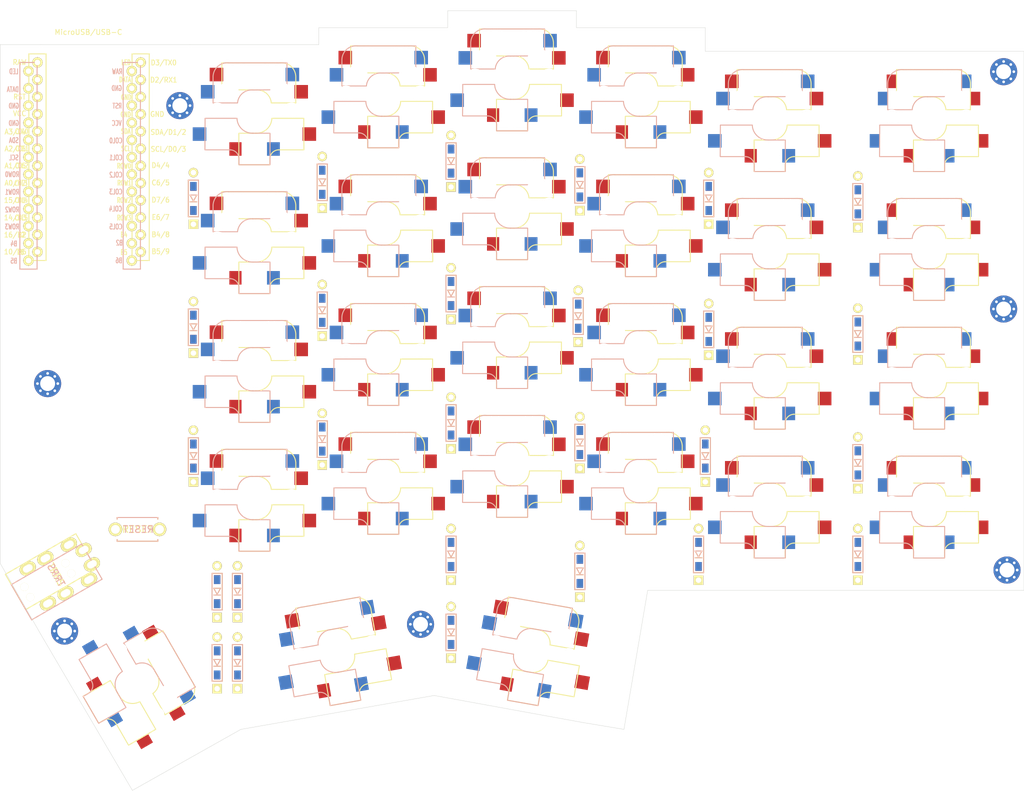
<source format=kicad_pcb>
(kicad_pcb (version 20171130) (host pcbnew "(5.1.6)-1")
  (layers (0 F.Cu signal) (31 B.Cu signal) (34 B.Paste user) (35 F.Paste user) (36 B.SilkS user) (37 F.SilkS user) (38 B.Mask user) (39 F.Mask user) (44 Edge.Cuts user))
  (net 0 "")
  (net 1 "Net-(D11-Pad2)")
  (net 2 Row1)
  (net 3 "Net-(D12-Pad2)")
  (net 4 "Net-(D13-Pad2)")
  (net 5 "Net-(D14-Pad2)")
  (net 6 "Net-(D15-Pad2)")
  (net 7 "Net-(D16-Pad2)")
  (net 8 "Net-(D21-Pad2)")
  (net 9 Row2)
  (net 10 "Net-(D22-Pad2)")
  (net 11 "Net-(D23-Pad2)")
  (net 12 "Net-(D24-Pad2)")
  (net 13 "Net-(D25-Pad2)")
  (net 14 "Net-(D26-Pad2)")
  (net 15 "Net-(D31-Pad2)")
  (net 16 Row3)
  (net 17 "Net-(D32-Pad2)")
  (net 18 "Net-(D33-Pad2)")
  (net 19 "Net-(D34-Pad2)")
  (net 20 "Net-(D35-Pad2)")
  (net 21 "Net-(D36-Pad2)")
  (net 22 "Net-(D41-Pad2)")
  (net 23 Row4)
  (net 24 "Net-(D42-Pad2)")
  (net 25 "Net-(D43-Pad2)")
  (net 26 "Net-(D44-Pad2)")
  (net 27 "Net-(D45-Pad2)")
  (net 28 "Net-(D46-Pad2)")
  (net 29 "Net-(D51-Pad2)")
  (net 30 Row5)
  (net 31 "Net-(D52-Pad2)")
  (net 32 "Net-(D53-Pad2)")
  (net 33 "Net-(J1-PadA)")
  (net 34 VCC)
  (net 35 GND)
  (net 36 Data)
  (net 37 Col1)
  (net 38 Col2)
  (net 39 Col3)
  (net 40 Col4)
  (net 41 Col5)
  (net 42 Col6)
  (net 43 RESET)
  (net 44 "Net-(U1-Pad24)")
  (net 45 "Net-(U1-Pad14)")
  (net 46 "Net-(U1-Pad13)")
  (net 47 "Net-(U1-Pad12)")
  (net 48 SCL)
  (net 49 SDA)
  (net 50 "Net-(U1-Pad1)")
  (module MountingHole:MountingHole_2.2mm_M2 (layer F.Cu) (at 111 51.5)
    (fp_text reference M3 hide)
    (fp_text value MountingHole_2.2mm_M2)
    (pad 1 np_thru_hole circle (at 0 0) (size 2.2 2.2) (drill 2.2) (layers *.Cu *.Mask))
  )
  (module kbd:M2_HOLE_v3 (layer F.Cu) (at 54 27.5)
    (fp_text reference M1 hide)
    (fp_text value "" hide)
    (pad 1 thru_hole circle (at 1.06 -1.06) (size 0.5 0.5) (drill 0.4) (layers *.Cu *.Mask))
    (pad 1 thru_hole circle (at -1.06 -1.06) (size 0.5 0.5) (drill 0.4) (layers *.Cu *.Mask))
    (pad 1 thru_hole circle (at -1.06 1.06) (size 0.5 0.5) (drill 0.4) (layers *.Cu *.Mask))
    (pad 1 thru_hole circle (at 1.06 1.06) (size 0.5 0.5) (drill 0.4) (layers *.Cu *.Mask))
    (pad 1 thru_hole circle (at 0 -1.5) (size 0.5 0.5) (drill 0.4) (layers *.Cu *.Mask))
    (pad 1 thru_hole circle (at 0 1.5) (size 0.5 0.5) (drill 0.4) (layers *.Cu *.Mask))
    (pad 1 thru_hole circle (at -1.5 0) (size 0.5 0.5) (drill 0.4) (layers *.Cu *.Mask))
    (pad 1 thru_hole circle (at 1.5 0) (size 0.5 0.5) (drill 0.4) (layers *.Cu *.Mask))
    (pad 1 thru_hole circle (at 0 0) (size 4 4) (drill 2.2) (layers *.Cu *.Mask))
  )
  (module kbd:M2_HOLE_v3 (layer F.Cu) (at 34.5 68.5)
    (fp_text reference M5 hide)
    (fp_text value "" hide)
    (pad 1 thru_hole circle (at 1.06 -1.06) (size 0.5 0.5) (drill 0.4) (layers *.Cu *.Mask))
    (pad 1 thru_hole circle (at -1.06 -1.06) (size 0.5 0.5) (drill 0.4) (layers *.Cu *.Mask))
    (pad 1 thru_hole circle (at -1.06 1.06) (size 0.5 0.5) (drill 0.4) (layers *.Cu *.Mask))
    (pad 1 thru_hole circle (at 1.06 1.06) (size 0.5 0.5) (drill 0.4) (layers *.Cu *.Mask))
    (pad 1 thru_hole circle (at 0 -1.5) (size 0.5 0.5) (drill 0.4) (layers *.Cu *.Mask))
    (pad 1 thru_hole circle (at 0 1.5) (size 0.5 0.5) (drill 0.4) (layers *.Cu *.Mask))
    (pad 1 thru_hole circle (at -1.5 0) (size 0.5 0.5) (drill 0.4) (layers *.Cu *.Mask))
    (pad 1 thru_hole circle (at 1.5 0) (size 0.5 0.5) (drill 0.4) (layers *.Cu *.Mask))
    (pad 1 thru_hole circle (at 0 0) (size 4 4) (drill 2.2) (layers *.Cu *.Mask))
  )
  (module kbd:M2_HOLE_v3 (layer F.Cu) (at 37 105)
    (fp_text reference M7 hide)
    (fp_text value "" hide)
    (pad 1 thru_hole circle (at 1.06 -1.06) (size 0.5 0.5) (drill 0.4) (layers *.Cu *.Mask))
    (pad 1 thru_hole circle (at -1.06 -1.06) (size 0.5 0.5) (drill 0.4) (layers *.Cu *.Mask))
    (pad 1 thru_hole circle (at -1.06 1.06) (size 0.5 0.5) (drill 0.4) (layers *.Cu *.Mask))
    (pad 1 thru_hole circle (at 1.06 1.06) (size 0.5 0.5) (drill 0.4) (layers *.Cu *.Mask))
    (pad 1 thru_hole circle (at 0 -1.5) (size 0.5 0.5) (drill 0.4) (layers *.Cu *.Mask))
    (pad 1 thru_hole circle (at 0 1.5) (size 0.5 0.5) (drill 0.4) (layers *.Cu *.Mask))
    (pad 1 thru_hole circle (at -1.5 0) (size 0.5 0.5) (drill 0.4) (layers *.Cu *.Mask))
    (pad 1 thru_hole circle (at 1.5 0) (size 0.5 0.5) (drill 0.4) (layers *.Cu *.Mask))
    (pad 1 thru_hole circle (at 0 0) (size 4 4) (drill 2.2) (layers *.Cu *.Mask))
  )
  (module kbd:M2_HOLE_v3 (layer F.Cu) (at 89.5 104)
    (fp_text reference M8 hide)
    (fp_text value "" hide)
    (pad 1 thru_hole circle (at 1.06 -1.06) (size 0.5 0.5) (drill 0.4) (layers *.Cu *.Mask))
    (pad 1 thru_hole circle (at -1.06 -1.06) (size 0.5 0.5) (drill 0.4) (layers *.Cu *.Mask))
    (pad 1 thru_hole circle (at -1.06 1.06) (size 0.5 0.5) (drill 0.4) (layers *.Cu *.Mask))
    (pad 1 thru_hole circle (at 1.06 1.06) (size 0.5 0.5) (drill 0.4) (layers *.Cu *.Mask))
    (pad 1 thru_hole circle (at 0 -1.5) (size 0.5 0.5) (drill 0.4) (layers *.Cu *.Mask))
    (pad 1 thru_hole circle (at 0 1.5) (size 0.5 0.5) (drill 0.4) (layers *.Cu *.Mask))
    (pad 1 thru_hole circle (at -1.5 0) (size 0.5 0.5) (drill 0.4) (layers *.Cu *.Mask))
    (pad 1 thru_hole circle (at 1.5 0) (size 0.5 0.5) (drill 0.4) (layers *.Cu *.Mask))
    (pad 1 thru_hole circle (at 0 0) (size 4 4) (drill 2.2) (layers *.Cu *.Mask))
  )
  (module kbd:M2_HOLE_v3 (layer F.Cu) (at 176 96)
    (fp_text reference M6 hide)
    (fp_text value "" hide)
    (pad 1 thru_hole circle (at 1.06 -1.06) (size 0.5 0.5) (drill 0.4) (layers *.Cu *.Mask))
    (pad 1 thru_hole circle (at -1.06 -1.06) (size 0.5 0.5) (drill 0.4) (layers *.Cu *.Mask))
    (pad 1 thru_hole circle (at -1.06 1.06) (size 0.5 0.5) (drill 0.4) (layers *.Cu *.Mask))
    (pad 1 thru_hole circle (at 1.06 1.06) (size 0.5 0.5) (drill 0.4) (layers *.Cu *.Mask))
    (pad 1 thru_hole circle (at 0 -1.5) (size 0.5 0.5) (drill 0.4) (layers *.Cu *.Mask))
    (pad 1 thru_hole circle (at 0 1.5) (size 0.5 0.5) (drill 0.4) (layers *.Cu *.Mask))
    (pad 1 thru_hole circle (at -1.5 0) (size 0.5 0.5) (drill 0.4) (layers *.Cu *.Mask))
    (pad 1 thru_hole circle (at 1.5 0) (size 0.5 0.5) (drill 0.4) (layers *.Cu *.Mask))
    (pad 1 thru_hole circle (at 0 0) (size 4 4) (drill 2.2) (layers *.Cu *.Mask))
  )
  (module kbd:M2_HOLE_v3 (layer F.Cu) (at 175.5 57.5)
    (fp_text reference M4 hide)
    (fp_text value "" hide)
    (pad 1 thru_hole circle (at 1.06 -1.06) (size 0.5 0.5) (drill 0.4) (layers *.Cu *.Mask))
    (pad 1 thru_hole circle (at -1.06 -1.06) (size 0.5 0.5) (drill 0.4) (layers *.Cu *.Mask))
    (pad 1 thru_hole circle (at -1.06 1.06) (size 0.5 0.5) (drill 0.4) (layers *.Cu *.Mask))
    (pad 1 thru_hole circle (at 1.06 1.06) (size 0.5 0.5) (drill 0.4) (layers *.Cu *.Mask))
    (pad 1 thru_hole circle (at 0 -1.5) (size 0.5 0.5) (drill 0.4) (layers *.Cu *.Mask))
    (pad 1 thru_hole circle (at 0 1.5) (size 0.5 0.5) (drill 0.4) (layers *.Cu *.Mask))
    (pad 1 thru_hole circle (at -1.5 0) (size 0.5 0.5) (drill 0.4) (layers *.Cu *.Mask))
    (pad 1 thru_hole circle (at 1.5 0) (size 0.5 0.5) (drill 0.4) (layers *.Cu *.Mask))
    (pad 1 thru_hole circle (at 0 0) (size 4 4) (drill 2.2) (layers *.Cu *.Mask))
  )
  (module kbd:M2_HOLE_v3 (layer F.Cu) (at 175.5 22.5)
    (fp_text reference M2 hide)
    (fp_text value "" hide)
    (pad 1 thru_hole circle (at 1.06 -1.06) (size 0.5 0.5) (drill 0.4) (layers *.Cu *.Mask))
    (pad 1 thru_hole circle (at -1.06 -1.06) (size 0.5 0.5) (drill 0.4) (layers *.Cu *.Mask))
    (pad 1 thru_hole circle (at -1.06 1.06) (size 0.5 0.5) (drill 0.4) (layers *.Cu *.Mask))
    (pad 1 thru_hole circle (at 1.06 1.06) (size 0.5 0.5) (drill 0.4) (layers *.Cu *.Mask))
    (pad 1 thru_hole circle (at 0 -1.5) (size 0.5 0.5) (drill 0.4) (layers *.Cu *.Mask))
    (pad 1 thru_hole circle (at 0 1.5) (size 0.5 0.5) (drill 0.4) (layers *.Cu *.Mask))
    (pad 1 thru_hole circle (at -1.5 0) (size 0.5 0.5) (drill 0.4) (layers *.Cu *.Mask))
    (pad 1 thru_hole circle (at 1.5 0) (size 0.5 0.5) (drill 0.4) (layers *.Cu *.Mask))
    (pad 1 thru_hole circle (at 0 0) (size 4 4) (drill 2.2) (layers *.Cu *.Mask))
  )
  (module kbd:CherryMX_Choc_Hotswap (layer F.Cu) (at 65 66)
    (fp_text reference K31 hide)
    (fp_text value KEYSW hide)
    (pad 1 smd rect (at -5.6 -5.08 180) (size 2 2) (layers F.Cu F.Paste F.Mask) (net 37 Col1))
    (pad "" np_thru_hole circle (at 3.81 -2.54 180) (size 3 3) (drill 3) (layers *.Cu *.Mask))
    (pad "" np_thru_hole circle (at -2.54 -5.08 180) (size 3 3) (drill 3) (layers *.Cu *.Mask))
    (pad 2 smd rect (at 6.9 -2.54 180) (size 2 2) (layers F.Cu F.Paste F.Mask) (net 15 "Net-(D31-Pad2)"))
    (pad "" np_thru_hole circle (at 5 3.7 270) (size 3 3) (drill 3) (layers *.Cu *.Mask))
    (pad 2 smd rect (at -2.8 5.9 180) (size 1.8 2) (layers F.Cu F.Paste F.Mask) (net 15 "Net-(D31-Pad2)"))
    (pad 1 smd rect (at 8.1 3.7 180) (size 2 2) (layers F.Cu F.Paste F.Mask) (net 37 Col1))
    (pad 1 smd rect (at -8.1 3.7 180) (size 2 2) (layers B.Cu B.Paste B.Mask) (net 37 Col1))
    (pad 2 smd rect (at 2.8 5.9 180) (size 1.9 2) (layers B.Cu B.Paste B.Mask) (net 15 "Net-(D31-Pad2)"))
    (pad "" np_thru_hole circle (at -5 3.7 90) (size 3 3) (drill 3) (layers *.Cu *.Mask))
    (pad "" np_thru_hole circle (at 0 5.9 90) (size 3 3) (drill 3) (layers *.Cu *.Mask))
    (pad 1 smd rect (at -6.9 -2.54 180) (size 2 2) (layers B.Cu B.Paste B.Mask) (net 37 Col1))
    (pad "" np_thru_hole circle (at 2.54 -5.08 180) (size 3 3) (drill 3) (layers *.Cu *.Mask))
    (pad "" np_thru_hole circle (at 0 0 90) (size 4 4) (drill 4) (layers *.Cu *.Mask))
    (pad "" np_thru_hole circle (at -5.5 0 90) (size 1.9 1.9) (drill 1.9) (layers *.Cu *.Mask))
    (pad "" np_thru_hole circle (at 5.5 0 90) (size 1.9 1.9) (drill 1.9) (layers *.Cu *.Mask))
    (pad "" np_thru_hole circle (at 5.08 0) (size 1.7 1.7) (drill 1.7) (layers *.Cu *.Mask))
    (pad "" np_thru_hole circle (at -5.08 0) (size 1.7 1.7) (drill 1.7) (layers *.Cu *.Mask))
    (pad "" np_thru_hole circle (at -3.81 -2.54 180) (size 3 3) (drill 3) (layers *.Cu *.Mask))
    (pad 2 smd rect (at 5.6 -5.08 180) (size 2 2) (layers B.Cu B.Paste B.Mask) (net 15 "Net-(D31-Pad2)"))
  )
  (module kbd:ProMicro_v2 (layer F.Cu) (at 40.5636 35.618)
    (fp_text reference U1 hide)
    (fp_text value ProMicro hide)
    (fp_text user MicroUSB/USB-C (at -0.05 -18.95) (layer F.SilkS) (effects (font (size 0.75 0.75) (thickness 0.12))))
    (fp_text user B4/8 (at 10.605 10.9 unlocked) (layer F.SilkS) (effects (font (size 0.75 0.67) (thickness 0.125))))
    (fp_text user D2/RX1 (at 11.055 -11.9 unlocked) (layer F.SilkS) (effects (font (size 0.75 0.67) (thickness 0.125))))
    (fp_text user B5/9 (at 10.605 13.4 unlocked) (layer F.SilkS) (effects (font (size 0.75 0.67) (thickness 0.125))))
    (fp_text user C6/5 (at 10.605 3.25 unlocked) (layer F.SilkS) (effects (font (size 0.75 0.67) (thickness 0.125))))
    (fp_text user SCL/D0/3 (at 11.755 -1.7 unlocked) (layer F.SilkS) (effects (font (size 0.75 0.67) (thickness 0.125))))
    (fp_text user SDA/D1/2 (at 11.755 -4.2 unlocked) (layer F.SilkS) (effects (font (size 0.75 0.67) (thickness 0.125))))
    (fp_text user D4/4 (at 10.605 0.7 unlocked) (layer F.SilkS) (effects (font (size 0.75 0.67) (thickness 0.125))))
    (fp_text user D3/TX0 (at 11.055 -14.45 unlocked) (layer F.SilkS) (effects (font (size 0.75 0.67) (thickness 0.125))))
    (fp_text user D7/6 (at 10.605 5.8 unlocked) (layer F.SilkS) (effects (font (size 0.75 0.67) (thickness 0.125))))
    (fp_text user E6/7 (at 10.605 8.35 unlocked) (layer F.SilkS) (effects (font (size 0.75 0.67) (thickness 0.125))))
    (fp_text user 16/B2 (at -10.845 10.95 unlocked) (layer F.SilkS) (effects (font (size 0.75 0.67) (thickness 0.125))))
    (fp_text user 10/B6 (at -10.845 13.45 unlocked) (layer F.SilkS) (effects (font (size 0.75 0.67) (thickness 0.125))))
    (fp_text user 14/B3 (at -10.845 8.4 unlocked) (layer F.SilkS) (effects (font (size 0.75 0.67) (thickness 0.125))))
    (fp_text user 15/B1 (at -10.845 5.85 unlocked) (layer F.SilkS) (effects (font (size 0.75 0.67) (thickness 0.125))))
    (fp_text user A0/F7 (at -10.845 3.3 unlocked) (layer F.SilkS) (effects (font (size 0.75 0.67) (thickness 0.125))))
    (fp_text user A1/F6 (at -10.845 0.75 unlocked) (layer F.SilkS) (effects (font (size 0.75 0.67) (thickness 0.125))))
    (fp_text user A2/F5 (at -10.845 -1.75 unlocked) (layer F.SilkS) (effects (font (size 0.75 0.67) (thickness 0.125))))
    (fp_text user A3/F4 (at -10.845 -4.25 unlocked) (layer F.SilkS) (effects (font (size 0.75 0.67) (thickness 0.125))))
    (fp_text user "" (at -0.545 -17.4) (layer F.SilkS))
    (fp_text user "" (at -1.2065 -16.256) (layer B.SilkS) (effects (justify mirror)))
    (fp_text user RAW (at -10.195 -14.5) (layer F.SilkS) (effects (font (size 0.75 0.67) (thickness 0.125))))
    (fp_text user LED (at 5.5 -14.478) (layer F.SilkS) (effects (font (size 0.75 0.5) (thickness 0.125))))
    (fp_text user GND (at 10.105 -6.85) (layer F.SilkS) (effects (font (size 0.75 0.67) (thickness 0.125))))
    (fp_text user DATA (at 5.35 -11.95) (layer F.SilkS) (effects (font (size 0.75 0.5) (thickness 0.125))))
    (fp_text user RST (at -10.195 -9.4) (layer F.SilkS) (effects (font (size 0.75 0.67) (thickness 0.125))))
    (fp_text user GND (at 5.5245 -9.3345) (layer F.SilkS) (effects (font (size 0.75 0.5) (thickness 0.125))))
    (fp_text user VCC (at -10.195 -6.95) (layer F.SilkS) (effects (font (size 0.75 0.67) (thickness 0.125))))
    (fp_text user GND (at 5.461 -6.7945) (layer F.SilkS) (effects (font (size 0.75 0.5) (thickness 0.125))))
    (fp_text user COL3 (at -10 3.35) (layer F.SilkS) (effects (font (size 0.75 0.5) (thickness 0.125))))
    (fp_text user ROW0 (at 5.2 0.8) (layer F.SilkS) (effects (font (size 0.75 0.5) (thickness 0.125))))
    (fp_text user COL2 (at -9.9 0.762) (layer F.SilkS) (effects (font (size 0.75 0.5) (thickness 0.125))))
    (fp_text user SCL (at 5.461 -1.778) (layer F.SilkS) (effects (font (size 0.75 0.5) (thickness 0.125))))
    (fp_text user COL1 (at -9.85 -1.778) (layer F.SilkS) (effects (font (size 0.75 0.5) (thickness 0.125))))
    (fp_text user SDA (at 5.461 -4.318) (layer F.SilkS) (effects (font (size 0.75 0.5) (thickness 0.125))))
    (fp_text user COL0 (at -9.9 -4.3) (layer F.SilkS) (effects (font (size 0.75 0.5) (thickness 0.125))))
    (fp_text user B6 (at -10.05 13.5) (layer F.SilkS) (effects (font (size 0.75 0.5) (thickness 0.125))))
    (fp_text user B5 (at 5.2 13.5255) (layer F.SilkS) (effects (font (size 0.75 0.5) (thickness 0.125))))
    (fp_text user B4 (at 5.2 10.922) (layer F.SilkS) (effects (font (size 0.75 0.5) (thickness 0.125))))
    (fp_text user B2 (at -9.95 10.95) (layer F.SilkS) (effects (font (size 0.75 0.5) (thickness 0.125))))
    (fp_text user ROW3 (at 5.2 8.4455) (layer F.SilkS) (effects (font (size 0.75 0.5) (thickness 0.125))))
    (fp_text user COL5 (at -9.95 8.4455) (layer F.SilkS) (effects (font (size 0.75 0.5) (thickness 0.125))))
    (fp_text user ROW2 (at 5.2 5.85) (layer F.SilkS) (effects (font (size 0.75 0.5) (thickness 0.125))))
    (fp_text user COL4 (at -9.95 5.85) (layer F.SilkS) (effects (font (size 0.75 0.5) (thickness 0.125))))
    (fp_text user ROW1 (at 5.25 3.302) (layer F.SilkS) (effects (font (size 0.75 0.5) (thickness 0.125))))
    (fp_text user ROW1 (at -11.3 4.6355) (layer B.SilkS) (effects (font (size 0.75 0.5) (thickness 0.125)) (justify mirror)))
    (fp_text user COL4 (at 3.95 7.112) (layer B.SilkS) (effects (font (size 0.75 0.5) (thickness 0.125)) (justify mirror)))
    (fp_text user ROW2 (at -11.3 7.239) (layer B.SilkS) (effects (font (size 0.75 0.5) (thickness 0.125)) (justify mirror)))
    (fp_text user COL5 (at 4 9.75) (layer B.SilkS) (effects (font (size 0.75 0.5) (thickness 0.125)) (justify mirror)))
    (fp_text user ROW3 (at -11.3 9.75) (layer B.SilkS) (effects (font (size 0.75 0.5) (thickness 0.125)) (justify mirror)))
    (fp_text user B2 (at 4.5085 12.1285) (layer B.SilkS) (effects (font (size 0.75 0.5) (thickness 0.125)) (justify mirror)))
    (fp_text user B4 (at -11.049 12.2555) (layer B.SilkS) (effects (font (size 0.75 0.5) (thickness 0.125)) (justify mirror)))
    (fp_text user B5 (at -11.049 14.7955) (layer B.SilkS) (effects (font (size 0.75 0.5) (thickness 0.125)) (justify mirror)))
    (fp_text user B6 (at 4.445 14.732) (layer B.SilkS) (effects (font (size 0.75 0.5) (thickness 0.125)) (justify mirror)))
    (fp_text user COL0 (at 4 -2.95) (layer B.SilkS) (effects (font (size 0.75 0.5) (thickness 0.125)) (justify mirror)))
    (fp_text user SDA (at -11.049 -2.9845) (layer B.SilkS) (effects (font (size 0.75 0.5) (thickness 0.125)) (justify mirror)))
    (fp_text user COL1 (at 4 -0.4445) (layer B.SilkS) (effects (font (size 0.75 0.5) (thickness 0.125)) (justify mirror)))
    (fp_text user SCL (at -11.049 -0.4445) (layer B.SilkS) (effects (font (size 0.75 0.5) (thickness 0.125)) (justify mirror)))
    (fp_text user COL2 (at 4 2.1) (layer B.SilkS) (effects (font (size 0.75 0.5) (thickness 0.125)) (justify mirror)))
    (fp_text user ROW0 (at -11.3 2.032) (layer B.SilkS) (effects (font (size 0.75 0.5) (thickness 0.125)) (justify mirror)))
    (fp_text user COL3 (at 4 4.6) (layer B.SilkS) (effects (font (size 0.75 0.5) (thickness 0.125)) (justify mirror)))
    (fp_text user GND (at -11.049 -5.5245) (layer B.SilkS) (effects (font (size 0.75 0.5) (thickness 0.125)) (justify mirror)))
    (fp_text user VCC (at 4.1275 -5.5245) (layer B.SilkS) (effects (font (size 0.75 0.5) (thickness 0.125)) (justify mirror)))
    (fp_text user GND (at -11.049 -8.0645) (layer B.SilkS) (effects (font (size 0.75 0.5) (thickness 0.125)) (justify mirror)))
    (fp_text user RST (at 4.191 -8.0645) (layer B.SilkS) (effects (font (size 0.75 0.5) (thickness 0.125)) (justify mirror)))
    (fp_text user DATA (at -11.2 -10.5) (layer B.SilkS) (effects (font (size 0.75 0.5) (thickness 0.125)) (justify mirror)))
    (fp_text user GND (at 4.1275 -10.668) (layer B.SilkS) (effects (font (size 0.75 0.5) (thickness 0.125)) (justify mirror)))
    (fp_text user LED (at -11.049 -13.1445) (layer B.SilkS) (effects (font (size 0.75 0.5) (thickness 0.125)) (justify mirror)))
    (fp_text user RAW (at 4.191 -13.1445) (layer B.SilkS) (effects (font (size 0.75 0.5) (thickness 0.125)) (justify mirror)))
    (pad 24 thru_hole circle (at 6.35 -13.208) (size 1.524 1.524) (drill 0.8128) (layers *.Cu *.Mask F.SilkS) (net 44 "Net-(U1-Pad24)"))
    (pad 23 thru_hole circle (at 6.35 -10.668) (size 1.524 1.524) (drill 0.8128) (layers *.Cu *.Mask F.SilkS) (net 35 GND))
    (pad 22 thru_hole circle (at 6.35 -8.128) (size 1.524 1.524) (drill 0.8128) (layers *.Cu *.Mask F.SilkS) (net 43 RESET))
    (pad 21 thru_hole circle (at 6.35 -5.588) (size 1.524 1.524) (drill 0.8128) (layers *.Cu *.Mask F.SilkS) (net 34 VCC))
    (pad 20 thru_hole circle (at 6.35 -3.048) (size 1.524 1.524) (drill 0.8128) (layers *.Cu *.Mask F.SilkS) (net 37 Col1))
    (pad 19 thru_hole circle (at 6.35 -0.508) (size 1.524 1.524) (drill 0.8128) (layers *.Cu *.Mask F.SilkS) (net 38 Col2))
    (pad 18 thru_hole circle (at 6.35 2.032) (size 1.524 1.524) (drill 0.8128) (layers *.Cu *.Mask F.SilkS) (net 39 Col3))
    (pad 17 thru_hole circle (at 6.35 4.572) (size 1.524 1.524) (drill 0.8128) (layers *.Cu *.Mask F.SilkS) (net 40 Col4))
    (pad 16 thru_hole circle (at 6.35 7.112) (size 1.524 1.524) (drill 0.8128) (layers *.Cu *.Mask F.SilkS) (net 41 Col5))
    (pad 15 thru_hole circle (at 6.35 9.652) (size 1.524 1.524) (drill 0.8128) (layers *.Cu *.Mask F.SilkS) (net 42 Col6))
    (pad 14 thru_hole circle (at 6.35 12.192) (size 1.524 1.524) (drill 0.8128) (layers *.Cu *.Mask F.SilkS) (net 45 "Net-(U1-Pad14)"))
    (pad 13 thru_hole circle (at 6.35 14.732) (size 1.524 1.524) (drill 0.8128) (layers *.Cu *.Mask F.SilkS) (net 46 "Net-(U1-Pad13)"))
    (pad 12 thru_hole circle (at -8.89 14.732) (size 1.524 1.524) (drill 0.8128) (layers *.Cu *.Mask F.SilkS) (net 47 "Net-(U1-Pad12)"))
    (pad 11 thru_hole circle (at -8.89 12.192) (size 1.524 1.524) (drill 0.8128) (layers *.Cu *.Mask F.SilkS) (net 30 Row5))
    (pad 10 thru_hole circle (at -8.89 9.652) (size 1.524 1.524) (drill 0.8128) (layers *.Cu *.Mask F.SilkS) (net 23 Row4))
    (pad 9 thru_hole circle (at -8.89 7.112) (size 1.524 1.524) (drill 0.8128) (layers *.Cu *.Mask F.SilkS) (net 16 Row3))
    (pad 8 thru_hole circle (at -8.89 4.572) (size 1.524 1.524) (drill 0.8128) (layers *.Cu *.Mask F.SilkS) (net 9 Row2))
    (pad 7 thru_hole circle (at -8.89 2.032) (size 1.524 1.524) (drill 0.8128) (layers *.Cu *.Mask F.SilkS) (net 2 Row1))
    (pad 6 thru_hole circle (at -8.89 -0.508) (size 1.524 1.524) (drill 0.8128) (layers *.Cu *.Mask F.SilkS) (net 48 SCL))
    (pad 5 thru_hole circle (at -8.89 -3.048) (size 1.524 1.524) (drill 0.8128) (layers *.Cu *.Mask F.SilkS) (net 49 SDA))
    (pad 4 thru_hole circle (at -8.89 -5.588) (size 1.524 1.524) (drill 0.8128) (layers *.Cu *.Mask F.SilkS) (net 35 GND))
    (pad 3 thru_hole circle (at -8.89 -8.128) (size 1.524 1.524) (drill 0.8128) (layers *.Cu *.Mask F.SilkS) (net 35 GND))
    (pad 2 thru_hole circle (at -8.89 -10.668) (size 1.524 1.524) (drill 0.8128) (layers *.Cu *.Mask F.SilkS) (net 36 Data))
    (pad 1 thru_hole circle (at -8.89 -13.208) (size 1.524 1.524) (drill 0.8128) (layers *.Cu *.Mask F.SilkS) (net 50 "Net-(U1-Pad1)"))
    (pad 1 thru_hole circle (at 7.6564 -14.478) (size 1.524 1.524) (drill 0.8128) (layers *.Cu *.Mask F.SilkS) (net 50 "Net-(U1-Pad1)"))
    (pad 2 thru_hole circle (at 7.6564 -11.938) (size 1.524 1.524) (drill 0.8128) (layers *.Cu *.Mask F.SilkS) (net 36 Data))
    (pad 3 thru_hole circle (at 7.6564 -9.398) (size 1.524 1.524) (drill 0.8128) (layers *.Cu *.Mask F.SilkS) (net 35 GND))
    (pad 4 thru_hole circle (at 7.6564 -6.858) (size 1.524 1.524) (drill 0.8128) (layers *.Cu *.Mask F.SilkS) (net 35 GND))
    (pad 5 thru_hole circle (at 7.6564 -4.318) (size 1.524 1.524) (drill 0.8128) (layers *.Cu *.Mask F.SilkS) (net 49 SDA))
    (pad 6 thru_hole circle (at 7.6564 -1.778) (size 1.524 1.524) (drill 0.8128) (layers *.Cu *.Mask F.SilkS) (net 48 SCL))
    (pad 7 thru_hole circle (at 7.6564 0.762) (size 1.524 1.524) (drill 0.8128) (layers *.Cu *.Mask F.SilkS) (net 2 Row1))
    (pad 8 thru_hole circle (at 7.6564 3.302) (size 1.524 1.524) (drill 0.8128) (layers *.Cu *.Mask F.SilkS) (net 9 Row2))
    (pad 9 thru_hole circle (at 7.6564 5.842) (size 1.524 1.524) (drill 0.8128) (layers *.Cu *.Mask F.SilkS) (net 16 Row3))
    (pad 10 thru_hole circle (at 7.6564 8.382) (size 1.524 1.524) (drill 0.8128) (layers *.Cu *.Mask F.SilkS) (net 23 Row4))
    (pad 11 thru_hole circle (at 7.6564 10.922) (size 1.524 1.524) (drill 0.8128) (layers *.Cu *.Mask F.SilkS) (net 30 Row5))
    (pad 12 thru_hole circle (at 7.6564 13.462) (size 1.524 1.524) (drill 0.8128) (layers *.Cu *.Mask F.SilkS) (net 47 "Net-(U1-Pad12)"))
    (pad 13 thru_hole circle (at -7.5636 13.462) (size 1.524 1.524) (drill 0.8128) (layers *.Cu *.Mask F.SilkS) (net 46 "Net-(U1-Pad13)"))
    (pad 14 thru_hole circle (at -7.5636 10.922) (size 1.524 1.524) (drill 0.8128) (layers *.Cu *.Mask F.SilkS) (net 45 "Net-(U1-Pad14)"))
    (pad 15 thru_hole circle (at -7.5636 8.382) (size 1.524 1.524) (drill 0.8128) (layers *.Cu *.Mask F.SilkS) (net 42 Col6))
    (pad 16 thru_hole circle (at -7.5636 5.842) (size 1.524 1.524) (drill 0.8128) (layers *.Cu *.Mask F.SilkS) (net 41 Col5))
    (pad 17 thru_hole circle (at -7.5636 3.302) (size 1.524 1.524) (drill 0.8128) (layers *.Cu *.Mask F.SilkS) (net 40 Col4))
    (pad 18 thru_hole circle (at -7.5636 0.762) (size 1.524 1.524) (drill 0.8128) (layers *.Cu *.Mask F.SilkS) (net 39 Col3))
    (pad 19 thru_hole circle (at -7.5636 -1.778) (size 1.524 1.524) (drill 0.8128) (layers *.Cu *.Mask F.SilkS) (net 38 Col2))
    (pad 20 thru_hole circle (at -7.5636 -4.318) (size 1.524 1.524) (drill 0.8128) (layers *.Cu *.Mask F.SilkS) (net 37 Col1))
    (pad 21 thru_hole circle (at -7.5636 -6.858) (size 1.524 1.524) (drill 0.8128) (layers *.Cu *.Mask F.SilkS) (net 34 VCC))
    (pad 22 thru_hole circle (at -7.5636 -9.398) (size 1.524 1.524) (drill 0.8128) (layers *.Cu *.Mask F.SilkS) (net 43 RESET))
    (pad 23 thru_hole circle (at -7.5636 -11.938) (size 1.524 1.524) (drill 0.8128) (layers *.Cu *.Mask F.SilkS) (net 35 GND))
    (pad 24 thru_hole circle (at -7.5636 -14.478) (size 1.524 1.524) (drill 0.8128) (layers *.Cu *.Mask F.SilkS) (net 44 "Net-(U1-Pad24)"))
  )
  (module kbd:ResetSW (layer F.Cu) (at 47.75 90)
    (fp_text reference SW1 hide)
    (fp_text value SW_PUSH_RESET)
    (fp_text user RESET (at 0 0) (layer F.SilkS))
    (fp_text user RESET (at 0.127 0) (layer B.SilkS) (effects (justify mirror)))
    (pad 2 thru_hole circle (at -3.25 0) (size 2 2) (drill 1.3) (layers *.Cu *.Mask F.SilkS) (net 35 GND))
    (pad 1 thru_hole circle (at 3.25 0) (size 2 2) (drill 1.3) (layers *.Cu *.Mask F.SilkS) (net 43 RESET))
  )
  (module kbd:CherryMX_Choc_Hotswap (layer F.Cu) (at 106 107.5 350)
    (fp_text reference K53 hide)
    (fp_text value KEYSW hide)
    (pad 1 smd rect (at -5.6 -5.08 170) (size 2 2) (layers F.Cu F.Paste F.Mask) (net 39 Col3))
    (pad "" np_thru_hole circle (at 3.81 -2.54 170) (size 3 3) (drill 3) (layers *.Cu *.Mask))
    (pad "" np_thru_hole circle (at -2.54 -5.08 170) (size 3 3) (drill 3) (layers *.Cu *.Mask))
    (pad 2 smd rect (at 6.9 -2.54 170) (size 2 2) (layers F.Cu F.Paste F.Mask) (net 32 "Net-(D53-Pad2)"))
    (pad "" np_thru_hole circle (at 5 3.7 260) (size 3 3) (drill 3) (layers *.Cu *.Mask))
    (pad 2 smd rect (at -2.8 5.9 170) (size 1.8 2) (layers F.Cu F.Paste F.Mask) (net 32 "Net-(D53-Pad2)"))
    (pad 1 smd rect (at 8.1 3.7 170) (size 2 2) (layers F.Cu F.Paste F.Mask) (net 39 Col3))
    (pad 1 smd rect (at -8.1 3.7 170) (size 2 2) (layers B.Cu B.Paste B.Mask) (net 39 Col3))
    (pad 2 smd rect (at 2.8 5.9 170) (size 1.9 2) (layers B.Cu B.Paste B.Mask) (net 32 "Net-(D53-Pad2)"))
    (pad "" np_thru_hole circle (at -5 3.7 80) (size 3 3) (drill 3) (layers *.Cu *.Mask))
    (pad "" np_thru_hole circle (at 0 5.9 80) (size 3 3) (drill 3) (layers *.Cu *.Mask))
    (pad 1 smd rect (at -6.9 -2.54 170) (size 2 2) (layers B.Cu B.Paste B.Mask) (net 39 Col3))
    (pad "" np_thru_hole circle (at 2.54 -5.08 170) (size 3 3) (drill 3) (layers *.Cu *.Mask))
    (pad "" np_thru_hole circle (at 0 0 80) (size 4 4) (drill 4) (layers *.Cu *.Mask))
    (pad "" np_thru_hole circle (at -5.5 0 80) (size 1.9 1.9) (drill 1.9) (layers *.Cu *.Mask))
    (pad "" np_thru_hole circle (at 5.5 0 80) (size 1.9 1.9) (drill 1.9) (layers *.Cu *.Mask))
    (pad "" np_thru_hole circle (at 5.08 0 350) (size 1.7 1.7) (drill 1.7) (layers *.Cu *.Mask))
    (pad "" np_thru_hole circle (at -5.08 0 350) (size 1.7 1.7) (drill 1.7) (layers *.Cu *.Mask))
    (pad "" np_thru_hole circle (at -3.81 -2.54 170) (size 3 3) (drill 3) (layers *.Cu *.Mask))
    (pad 2 smd rect (at 5.6 -5.08 170) (size 2 2) (layers B.Cu B.Paste B.Mask) (net 32 "Net-(D53-Pad2)"))
  )
  (module kbd:CherryMX_Choc_Hotswap (layer F.Cu) (at 77 107.5 10)
    (fp_text reference K52 hide)
    (fp_text value KEYSW hide)
    (pad 1 smd rect (at -5.6 -5.08 190) (size 2 2) (layers F.Cu F.Paste F.Mask) (net 38 Col2))
    (pad "" np_thru_hole circle (at 3.81 -2.54 190) (size 3 3) (drill 3) (layers *.Cu *.Mask))
    (pad "" np_thru_hole circle (at -2.54 -5.08 190) (size 3 3) (drill 3) (layers *.Cu *.Mask))
    (pad 2 smd rect (at 6.9 -2.54 190) (size 2 2) (layers F.Cu F.Paste F.Mask) (net 31 "Net-(D52-Pad2)"))
    (pad "" np_thru_hole circle (at 5 3.7 280) (size 3 3) (drill 3) (layers *.Cu *.Mask))
    (pad 2 smd rect (at -2.8 5.9 190) (size 1.8 2) (layers F.Cu F.Paste F.Mask) (net 31 "Net-(D52-Pad2)"))
    (pad 1 smd rect (at 8.1 3.7 190) (size 2 2) (layers F.Cu F.Paste F.Mask) (net 38 Col2))
    (pad 1 smd rect (at -8.1 3.7 190) (size 2 2) (layers B.Cu B.Paste B.Mask) (net 38 Col2))
    (pad 2 smd rect (at 2.8 5.9 190) (size 1.9 2) (layers B.Cu B.Paste B.Mask) (net 31 "Net-(D52-Pad2)"))
    (pad "" np_thru_hole circle (at -5 3.7 100) (size 3 3) (drill 3) (layers *.Cu *.Mask))
    (pad "" np_thru_hole circle (at 0 5.9 100) (size 3 3) (drill 3) (layers *.Cu *.Mask))
    (pad 1 smd rect (at -6.9 -2.54 190) (size 2 2) (layers B.Cu B.Paste B.Mask) (net 38 Col2))
    (pad "" np_thru_hole circle (at 2.54 -5.08 190) (size 3 3) (drill 3) (layers *.Cu *.Mask))
    (pad "" np_thru_hole circle (at 0 0 100) (size 4 4) (drill 4) (layers *.Cu *.Mask))
    (pad "" np_thru_hole circle (at -5.5 0 100) (size 1.9 1.9) (drill 1.9) (layers *.Cu *.Mask))
    (pad "" np_thru_hole circle (at 5.5 0 100) (size 1.9 1.9) (drill 1.9) (layers *.Cu *.Mask))
    (pad "" np_thru_hole circle (at 5.08 0 10) (size 1.7 1.7) (drill 1.7) (layers *.Cu *.Mask))
    (pad "" np_thru_hole circle (at -5.08 0 10) (size 1.7 1.7) (drill 1.7) (layers *.Cu *.Mask))
    (pad "" np_thru_hole circle (at -3.81 -2.54 190) (size 3 3) (drill 3) (layers *.Cu *.Mask))
    (pad 2 smd rect (at 5.6 -5.08 190) (size 2 2) (layers B.Cu B.Paste B.Mask) (net 31 "Net-(D52-Pad2)"))
  )
  (module kbd:CherryMX_Choc_Hotswap_1.5u (layer F.Cu) (at 48 112.5 210)
    (fp_text reference K51 hide)
    (fp_text value KEYSW hide)
    (pad "" np_thru_hole circle (at -2.540001 -3.81 120) (size 3 3) (drill 3) (layers *.Cu *.Mask))
    (pad 1 smd rect (at -5.08 5.5 120) (size 1.5 2) (layers F.Cu F.Paste F.Mask) (net 37 Col1))
    (pad "" np_thru_hole circle (at -2.540001 -3.81 120) (size 3 3) (drill 3) (layers *.Cu *.Mask))
    (pad "" np_thru_hole circle (at -5.08 2.54 120) (size 3 3) (drill 3) (layers *.Cu *.Mask))
    (pad 2 smd rect (at -2.540001 -6.8 120) (size 1.5 2) (layers F.Cu F.Paste F.Mask) (net 29 "Net-(D51-Pad2)"))
    (pad "" np_thru_hole circle (at -2.58 -3.825 120) (size 0.1 0.1) (drill 0.1) (layers *.Cu *.Mask))
    (pad "" np_thru_hole circle (at 3.7 -5 210) (size 3 3) (drill 3) (layers *.Cu *.Mask))
    (pad 2 smd rect (at 5.9 3 120) (size 1.5 2) (layers F.Cu F.Paste F.Mask) (net 29 "Net-(D51-Pad2)"))
    (pad 1 smd rect (at 3.7 -8 120) (size 1.5 2) (layers F.Cu F.Paste F.Mask) (net 37 Col1))
    (pad 1 smd rect (at 3.7 8 120) (size 1.5 2) (layers B.Cu B.Paste B.Mask) (net 37 Col1))
    (pad 2 smd rect (at 5.9 -3 120) (size 1.5 2) (layers B.Cu B.Paste B.Mask) (net 29 "Net-(D51-Pad2)"))
    (pad "" np_thru_hole circle (at 3.7 5 30) (size 3 3) (drill 3) (layers *.Cu *.Mask))
    (pad "" np_thru_hole circle (at 5.9 0 30) (size 3 3) (drill 3) (layers *.Cu *.Mask))
    (pad "" np_thru_hole circle (at -2.58 3.825 120) (size 0.1 0.1) (drill 0.1) (layers *.Cu *.Mask))
    (pad 1 smd rect (at -2.54 6.8 120) (size 1.5 2) (layers B.Cu B.Paste B.Mask) (net 37 Col1))
    (pad "" np_thru_hole circle (at -5.08 -2.54 120) (size 3 3) (drill 3) (layers *.Cu *.Mask))
    (pad "" np_thru_hole circle (at 0 0 30) (size 4 4) (drill 4) (layers *.Cu *.Mask))
    (pad "" np_thru_hole circle (at 0 5.5 30) (size 1.9 1.9) (drill 1.9) (layers *.Cu *.Mask))
    (pad "" np_thru_hole circle (at 0 -5.5 30) (size 1.9 1.9) (drill 1.9) (layers *.Cu *.Mask))
    (pad "" np_thru_hole circle (at 0 -5.08 300) (size 1.7 1.7) (drill 1.7) (layers *.Cu *.Mask))
    (pad "" np_thru_hole circle (at 0 5.08 300) (size 1.7 1.7) (drill 1.7) (layers *.Cu *.Mask))
    (pad "" np_thru_hole circle (at -2.54 3.81 120) (size 3 3) (drill 3) (layers *.Cu *.Mask))
    (pad 2 smd rect (at -5.08 -5.5 120) (size 1.5 2) (layers B.Cu B.Paste B.Mask) (net 29 "Net-(D51-Pad2)"))
  )
  (module kbd:CherryMX_Choc_Hotswap_1.5u (layer F.Cu) (at 164.5 86 270)
    (fp_text reference K46 hide)
    (fp_text value KEYSW hide)
    (pad 2 smd rect (at -5.08 -5.5 180) (size 1.5 2) (layers B.Cu B.Paste B.Mask) (net 28 "Net-(D46-Pad2)"))
    (pad "" np_thru_hole circle (at -2.54 3.81 180) (size 3 3) (drill 3) (layers *.Cu *.Mask))
    (pad "" np_thru_hole circle (at 0 5.08) (size 1.7 1.7) (drill 1.7) (layers *.Cu *.Mask))
    (pad "" np_thru_hole circle (at 0 -5.08) (size 1.7 1.7) (drill 1.7) (layers *.Cu *.Mask))
    (pad "" np_thru_hole circle (at 0 -5.5 90) (size 1.9 1.9) (drill 1.9) (layers *.Cu *.Mask))
    (pad "" np_thru_hole circle (at 0 5.5 90) (size 1.9 1.9) (drill 1.9) (layers *.Cu *.Mask))
    (pad "" np_thru_hole circle (at 0 0 90) (size 4 4) (drill 4) (layers *.Cu *.Mask))
    (pad "" np_thru_hole circle (at -5.08 -2.54 180) (size 3 3) (drill 3) (layers *.Cu *.Mask))
    (pad 1 smd rect (at -2.54 6.8 180) (size 1.5 2) (layers B.Cu B.Paste B.Mask) (net 42 Col6))
    (pad "" np_thru_hole circle (at -2.58 3.825 180) (size 0.1 0.1) (drill 0.1) (layers *.Cu *.Mask))
    (pad "" np_thru_hole circle (at 5.9 0 90) (size 3 3) (drill 3) (layers *.Cu *.Mask))
    (pad "" np_thru_hole circle (at 3.7 5 90) (size 3 3) (drill 3) (layers *.Cu *.Mask))
    (pad 2 smd rect (at 5.9 -3 180) (size 1.5 2) (layers B.Cu B.Paste B.Mask) (net 28 "Net-(D46-Pad2)"))
    (pad 1 smd rect (at 3.7 8 180) (size 1.5 2) (layers B.Cu B.Paste B.Mask) (net 42 Col6))
    (pad 1 smd rect (at 3.7 -8 180) (size 1.5 2) (layers F.Cu F.Paste F.Mask) (net 42 Col6))
    (pad 2 smd rect (at 5.9 3 180) (size 1.5 2) (layers F.Cu F.Paste F.Mask) (net 28 "Net-(D46-Pad2)"))
    (pad "" np_thru_hole circle (at 3.7 -5 270) (size 3 3) (drill 3) (layers *.Cu *.Mask))
    (pad "" np_thru_hole circle (at -2.58 -3.825 180) (size 0.1 0.1) (drill 0.1) (layers *.Cu *.Mask))
    (pad 2 smd rect (at -2.540001 -6.8 180) (size 1.5 2) (layers F.Cu F.Paste F.Mask) (net 28 "Net-(D46-Pad2)"))
    (pad "" np_thru_hole circle (at -5.08 2.54 180) (size 3 3) (drill 3) (layers *.Cu *.Mask))
    (pad "" np_thru_hole circle (at -2.540001 -3.81 180) (size 3 3) (drill 3) (layers *.Cu *.Mask))
    (pad 1 smd rect (at -5.08 5.5 180) (size 1.5 2) (layers F.Cu F.Paste F.Mask) (net 42 Col6))
    (pad "" np_thru_hole circle (at -2.540001 -3.81 180) (size 3 3) (drill 3) (layers *.Cu *.Mask))
  )
  (module kbd:CherryMX_Choc_Hotswap (layer F.Cu) (at 141 86)
    (fp_text reference K45 hide)
    (fp_text value KEYSW hide)
    (pad 1 smd rect (at -5.6 -5.08 180) (size 2 2) (layers F.Cu F.Paste F.Mask) (net 41 Col5))
    (pad "" np_thru_hole circle (at 3.81 -2.54 180) (size 3 3) (drill 3) (layers *.Cu *.Mask))
    (pad "" np_thru_hole circle (at -2.54 -5.08 180) (size 3 3) (drill 3) (layers *.Cu *.Mask))
    (pad 2 smd rect (at 6.9 -2.54 180) (size 2 2) (layers F.Cu F.Paste F.Mask) (net 27 "Net-(D45-Pad2)"))
    (pad "" np_thru_hole circle (at 5 3.7 270) (size 3 3) (drill 3) (layers *.Cu *.Mask))
    (pad 2 smd rect (at -2.8 5.9 180) (size 1.8 2) (layers F.Cu F.Paste F.Mask) (net 27 "Net-(D45-Pad2)"))
    (pad 1 smd rect (at 8.1 3.7 180) (size 2 2) (layers F.Cu F.Paste F.Mask) (net 41 Col5))
    (pad 1 smd rect (at -8.1 3.7 180) (size 2 2) (layers B.Cu B.Paste B.Mask) (net 41 Col5))
    (pad 2 smd rect (at 2.8 5.9 180) (size 1.9 2) (layers B.Cu B.Paste B.Mask) (net 27 "Net-(D45-Pad2)"))
    (pad "" np_thru_hole circle (at -5 3.7 90) (size 3 3) (drill 3) (layers *.Cu *.Mask))
    (pad "" np_thru_hole circle (at 0 5.9 90) (size 3 3) (drill 3) (layers *.Cu *.Mask))
    (pad 1 smd rect (at -6.9 -2.54 180) (size 2 2) (layers B.Cu B.Paste B.Mask) (net 41 Col5))
    (pad "" np_thru_hole circle (at 2.54 -5.08 180) (size 3 3) (drill 3) (layers *.Cu *.Mask))
    (pad "" np_thru_hole circle (at 0 0 90) (size 4 4) (drill 4) (layers *.Cu *.Mask))
    (pad "" np_thru_hole circle (at -5.5 0 90) (size 1.9 1.9) (drill 1.9) (layers *.Cu *.Mask))
    (pad "" np_thru_hole circle (at 5.5 0 90) (size 1.9 1.9) (drill 1.9) (layers *.Cu *.Mask))
    (pad "" np_thru_hole circle (at 5.08 0) (size 1.7 1.7) (drill 1.7) (layers *.Cu *.Mask))
    (pad "" np_thru_hole circle (at -5.08 0) (size 1.7 1.7) (drill 1.7) (layers *.Cu *.Mask))
    (pad "" np_thru_hole circle (at -3.81 -2.54 180) (size 3 3) (drill 3) (layers *.Cu *.Mask))
    (pad 2 smd rect (at 5.6 -5.08 180) (size 2 2) (layers B.Cu B.Paste B.Mask) (net 27 "Net-(D45-Pad2)"))
  )
  (module kbd:CherryMX_Choc_Hotswap (layer F.Cu) (at 122 82.5)
    (fp_text reference K44 hide)
    (fp_text value KEYSW hide)
    (pad 1 smd rect (at -5.6 -5.08 180) (size 2 2) (layers F.Cu F.Paste F.Mask) (net 40 Col4))
    (pad "" np_thru_hole circle (at 3.81 -2.54 180) (size 3 3) (drill 3) (layers *.Cu *.Mask))
    (pad "" np_thru_hole circle (at -2.54 -5.08 180) (size 3 3) (drill 3) (layers *.Cu *.Mask))
    (pad 2 smd rect (at 6.9 -2.54 180) (size 2 2) (layers F.Cu F.Paste F.Mask) (net 26 "Net-(D44-Pad2)"))
    (pad "" np_thru_hole circle (at 5 3.7 270) (size 3 3) (drill 3) (layers *.Cu *.Mask))
    (pad 2 smd rect (at -2.8 5.9 180) (size 1.8 2) (layers F.Cu F.Paste F.Mask) (net 26 "Net-(D44-Pad2)"))
    (pad 1 smd rect (at 8.1 3.7 180) (size 2 2) (layers F.Cu F.Paste F.Mask) (net 40 Col4))
    (pad 1 smd rect (at -8.1 3.7 180) (size 2 2) (layers B.Cu B.Paste B.Mask) (net 40 Col4))
    (pad 2 smd rect (at 2.8 5.9 180) (size 1.9 2) (layers B.Cu B.Paste B.Mask) (net 26 "Net-(D44-Pad2)"))
    (pad "" np_thru_hole circle (at -5 3.7 90) (size 3 3) (drill 3) (layers *.Cu *.Mask))
    (pad "" np_thru_hole circle (at 0 5.9 90) (size 3 3) (drill 3) (layers *.Cu *.Mask))
    (pad 1 smd rect (at -6.9 -2.54 180) (size 2 2) (layers B.Cu B.Paste B.Mask) (net 40 Col4))
    (pad "" np_thru_hole circle (at 2.54 -5.08 180) (size 3 3) (drill 3) (layers *.Cu *.Mask))
    (pad "" np_thru_hole circle (at 0 0 90) (size 4 4) (drill 4) (layers *.Cu *.Mask))
    (pad "" np_thru_hole circle (at -5.5 0 90) (size 1.9 1.9) (drill 1.9) (layers *.Cu *.Mask))
    (pad "" np_thru_hole circle (at 5.5 0 90) (size 1.9 1.9) (drill 1.9) (layers *.Cu *.Mask))
    (pad "" np_thru_hole circle (at 5.08 0) (size 1.7 1.7) (drill 1.7) (layers *.Cu *.Mask))
    (pad "" np_thru_hole circle (at -5.08 0) (size 1.7 1.7) (drill 1.7) (layers *.Cu *.Mask))
    (pad "" np_thru_hole circle (at -3.81 -2.54 180) (size 3 3) (drill 3) (layers *.Cu *.Mask))
    (pad 2 smd rect (at 5.6 -5.08 180) (size 2 2) (layers B.Cu B.Paste B.Mask) (net 26 "Net-(D44-Pad2)"))
  )
  (module kbd:CherryMX_Choc_Hotswap (layer F.Cu) (at 103 80)
    (fp_text reference K43 hide)
    (fp_text value KEYSW hide)
    (pad 1 smd rect (at -5.6 -5.08 180) (size 2 2) (layers F.Cu F.Paste F.Mask) (net 39 Col3))
    (pad "" np_thru_hole circle (at 3.81 -2.54 180) (size 3 3) (drill 3) (layers *.Cu *.Mask))
    (pad "" np_thru_hole circle (at -2.54 -5.08 180) (size 3 3) (drill 3) (layers *.Cu *.Mask))
    (pad 2 smd rect (at 6.9 -2.54 180) (size 2 2) (layers F.Cu F.Paste F.Mask) (net 25 "Net-(D43-Pad2)"))
    (pad "" np_thru_hole circle (at 5 3.7 270) (size 3 3) (drill 3) (layers *.Cu *.Mask))
    (pad 2 smd rect (at -2.8 5.9 180) (size 1.8 2) (layers F.Cu F.Paste F.Mask) (net 25 "Net-(D43-Pad2)"))
    (pad 1 smd rect (at 8.1 3.7 180) (size 2 2) (layers F.Cu F.Paste F.Mask) (net 39 Col3))
    (pad 1 smd rect (at -8.1 3.7 180) (size 2 2) (layers B.Cu B.Paste B.Mask) (net 39 Col3))
    (pad 2 smd rect (at 2.8 5.9 180) (size 1.9 2) (layers B.Cu B.Paste B.Mask) (net 25 "Net-(D43-Pad2)"))
    (pad "" np_thru_hole circle (at -5 3.7 90) (size 3 3) (drill 3) (layers *.Cu *.Mask))
    (pad "" np_thru_hole circle (at 0 5.9 90) (size 3 3) (drill 3) (layers *.Cu *.Mask))
    (pad 1 smd rect (at -6.9 -2.54 180) (size 2 2) (layers B.Cu B.Paste B.Mask) (net 39 Col3))
    (pad "" np_thru_hole circle (at 2.54 -5.08 180) (size 3 3) (drill 3) (layers *.Cu *.Mask))
    (pad "" np_thru_hole circle (at 0 0 90) (size 4 4) (drill 4) (layers *.Cu *.Mask))
    (pad "" np_thru_hole circle (at -5.5 0 90) (size 1.9 1.9) (drill 1.9) (layers *.Cu *.Mask))
    (pad "" np_thru_hole circle (at 5.5 0 90) (size 1.9 1.9) (drill 1.9) (layers *.Cu *.Mask))
    (pad "" np_thru_hole circle (at 5.08 0) (size 1.7 1.7) (drill 1.7) (layers *.Cu *.Mask))
    (pad "" np_thru_hole circle (at -5.08 0) (size 1.7 1.7) (drill 1.7) (layers *.Cu *.Mask))
    (pad "" np_thru_hole circle (at -3.81 -2.54 180) (size 3 3) (drill 3) (layers *.Cu *.Mask))
    (pad 2 smd rect (at 5.6 -5.08 180) (size 2 2) (layers B.Cu B.Paste B.Mask) (net 25 "Net-(D43-Pad2)"))
  )
  (module kbd:CherryMX_Choc_Hotswap (layer F.Cu) (at 84 82.5)
    (fp_text reference K42 hide)
    (fp_text value KEYSW hide)
    (pad 1 smd rect (at -5.6 -5.08 180) (size 2 2) (layers F.Cu F.Paste F.Mask) (net 38 Col2))
    (pad "" np_thru_hole circle (at 3.81 -2.54 180) (size 3 3) (drill 3) (layers *.Cu *.Mask))
    (pad "" np_thru_hole circle (at -2.54 -5.08 180) (size 3 3) (drill 3) (layers *.Cu *.Mask))
    (pad 2 smd rect (at 6.9 -2.54 180) (size 2 2) (layers F.Cu F.Paste F.Mask) (net 24 "Net-(D42-Pad2)"))
    (pad "" np_thru_hole circle (at 5 3.7 270) (size 3 3) (drill 3) (layers *.Cu *.Mask))
    (pad 2 smd rect (at -2.8 5.9 180) (size 1.8 2) (layers F.Cu F.Paste F.Mask) (net 24 "Net-(D42-Pad2)"))
    (pad 1 smd rect (at 8.1 3.7 180) (size 2 2) (layers F.Cu F.Paste F.Mask) (net 38 Col2))
    (pad 1 smd rect (at -8.1 3.7 180) (size 2 2) (layers B.Cu B.Paste B.Mask) (net 38 Col2))
    (pad 2 smd rect (at 2.8 5.9 180) (size 1.9 2) (layers B.Cu B.Paste B.Mask) (net 24 "Net-(D42-Pad2)"))
    (pad "" np_thru_hole circle (at -5 3.7 90) (size 3 3) (drill 3) (layers *.Cu *.Mask))
    (pad "" np_thru_hole circle (at 0 5.9 90) (size 3 3) (drill 3) (layers *.Cu *.Mask))
    (pad 1 smd rect (at -6.9 -2.54 180) (size 2 2) (layers B.Cu B.Paste B.Mask) (net 38 Col2))
    (pad "" np_thru_hole circle (at 2.54 -5.08 180) (size 3 3) (drill 3) (layers *.Cu *.Mask))
    (pad "" np_thru_hole circle (at 0 0 90) (size 4 4) (drill 4) (layers *.Cu *.Mask))
    (pad "" np_thru_hole circle (at -5.5 0 90) (size 1.9 1.9) (drill 1.9) (layers *.Cu *.Mask))
    (pad "" np_thru_hole circle (at 5.5 0 90) (size 1.9 1.9) (drill 1.9) (layers *.Cu *.Mask))
    (pad "" np_thru_hole circle (at 5.08 0) (size 1.7 1.7) (drill 1.7) (layers *.Cu *.Mask))
    (pad "" np_thru_hole circle (at -5.08 0) (size 1.7 1.7) (drill 1.7) (layers *.Cu *.Mask))
    (pad "" np_thru_hole circle (at -3.81 -2.54 180) (size 3 3) (drill 3) (layers *.Cu *.Mask))
    (pad 2 smd rect (at 5.6 -5.08 180) (size 2 2) (layers B.Cu B.Paste B.Mask) (net 24 "Net-(D42-Pad2)"))
  )
  (module kbd:CherryMX_Choc_Hotswap (layer F.Cu) (at 65 85)
    (fp_text reference K41 hide)
    (fp_text value KEYSW hide)
    (pad 1 smd rect (at -5.6 -5.08 180) (size 2 2) (layers F.Cu F.Paste F.Mask) (net 37 Col1))
    (pad "" np_thru_hole circle (at 3.81 -2.54 180) (size 3 3) (drill 3) (layers *.Cu *.Mask))
    (pad "" np_thru_hole circle (at -2.54 -5.08 180) (size 3 3) (drill 3) (layers *.Cu *.Mask))
    (pad 2 smd rect (at 6.9 -2.54 180) (size 2 2) (layers F.Cu F.Paste F.Mask) (net 22 "Net-(D41-Pad2)"))
    (pad "" np_thru_hole circle (at 5 3.7 270) (size 3 3) (drill 3) (layers *.Cu *.Mask))
    (pad 2 smd rect (at -2.8 5.9 180) (size 1.8 2) (layers F.Cu F.Paste F.Mask) (net 22 "Net-(D41-Pad2)"))
    (pad 1 smd rect (at 8.1 3.7 180) (size 2 2) (layers F.Cu F.Paste F.Mask) (net 37 Col1))
    (pad 1 smd rect (at -8.1 3.7 180) (size 2 2) (layers B.Cu B.Paste B.Mask) (net 37 Col1))
    (pad 2 smd rect (at 2.8 5.9 180) (size 1.9 2) (layers B.Cu B.Paste B.Mask) (net 22 "Net-(D41-Pad2)"))
    (pad "" np_thru_hole circle (at -5 3.7 90) (size 3 3) (drill 3) (layers *.Cu *.Mask))
    (pad "" np_thru_hole circle (at 0 5.9 90) (size 3 3) (drill 3) (layers *.Cu *.Mask))
    (pad 1 smd rect (at -6.9 -2.54 180) (size 2 2) (layers B.Cu B.Paste B.Mask) (net 37 Col1))
    (pad "" np_thru_hole circle (at 2.54 -5.08 180) (size 3 3) (drill 3) (layers *.Cu *.Mask))
    (pad "" np_thru_hole circle (at 0 0 90) (size 4 4) (drill 4) (layers *.Cu *.Mask))
    (pad "" np_thru_hole circle (at -5.5 0 90) (size 1.9 1.9) (drill 1.9) (layers *.Cu *.Mask))
    (pad "" np_thru_hole circle (at 5.5 0 90) (size 1.9 1.9) (drill 1.9) (layers *.Cu *.Mask))
    (pad "" np_thru_hole circle (at 5.08 0) (size 1.7 1.7) (drill 1.7) (layers *.Cu *.Mask))
    (pad "" np_thru_hole circle (at -5.08 0) (size 1.7 1.7) (drill 1.7) (layers *.Cu *.Mask))
    (pad "" np_thru_hole circle (at -3.81 -2.54 180) (size 3 3) (drill 3) (layers *.Cu *.Mask))
    (pad 2 smd rect (at 5.6 -5.08 180) (size 2 2) (layers B.Cu B.Paste B.Mask) (net 22 "Net-(D41-Pad2)"))
  )
  (module kbd:CherryMX_Choc_Hotswap_1.5u (layer F.Cu) (at 164.5 67 270)
    (fp_text reference K36 hide)
    (fp_text value KEYSW hide)
    (pad 2 smd rect (at -5.08 -5.5 180) (size 1.5 2) (layers B.Cu B.Paste B.Mask) (net 21 "Net-(D36-Pad2)"))
    (pad "" np_thru_hole circle (at -2.54 3.81 180) (size 3 3) (drill 3) (layers *.Cu *.Mask))
    (pad "" np_thru_hole circle (at 0 5.08) (size 1.7 1.7) (drill 1.7) (layers *.Cu *.Mask))
    (pad "" np_thru_hole circle (at 0 -5.08) (size 1.7 1.7) (drill 1.7) (layers *.Cu *.Mask))
    (pad "" np_thru_hole circle (at 0 -5.5 90) (size 1.9 1.9) (drill 1.9) (layers *.Cu *.Mask))
    (pad "" np_thru_hole circle (at 0 5.5 90) (size 1.9 1.9) (drill 1.9) (layers *.Cu *.Mask))
    (pad "" np_thru_hole circle (at 0 0 90) (size 4 4) (drill 4) (layers *.Cu *.Mask))
    (pad "" np_thru_hole circle (at -5.08 -2.54 180) (size 3 3) (drill 3) (layers *.Cu *.Mask))
    (pad 1 smd rect (at -2.54 6.8 180) (size 1.5 2) (layers B.Cu B.Paste B.Mask) (net 42 Col6))
    (pad "" np_thru_hole circle (at -2.58 3.825 180) (size 0.1 0.1) (drill 0.1) (layers *.Cu *.Mask))
    (pad "" np_thru_hole circle (at 5.9 0 90) (size 3 3) (drill 3) (layers *.Cu *.Mask))
    (pad "" np_thru_hole circle (at 3.7 5 90) (size 3 3) (drill 3) (layers *.Cu *.Mask))
    (pad 2 smd rect (at 5.9 -3 180) (size 1.5 2) (layers B.Cu B.Paste B.Mask) (net 21 "Net-(D36-Pad2)"))
    (pad 1 smd rect (at 3.7 8 180) (size 1.5 2) (layers B.Cu B.Paste B.Mask) (net 42 Col6))
    (pad 1 smd rect (at 3.7 -8 180) (size 1.5 2) (layers F.Cu F.Paste F.Mask) (net 42 Col6))
    (pad 2 smd rect (at 5.9 3 180) (size 1.5 2) (layers F.Cu F.Paste F.Mask) (net 21 "Net-(D36-Pad2)"))
    (pad "" np_thru_hole circle (at 3.7 -5 270) (size 3 3) (drill 3) (layers *.Cu *.Mask))
    (pad "" np_thru_hole circle (at -2.58 -3.825 180) (size 0.1 0.1) (drill 0.1) (layers *.Cu *.Mask))
    (pad 2 smd rect (at -2.540001 -6.8 180) (size 1.5 2) (layers F.Cu F.Paste F.Mask) (net 21 "Net-(D36-Pad2)"))
    (pad "" np_thru_hole circle (at -5.08 2.54 180) (size 3 3) (drill 3) (layers *.Cu *.Mask))
    (pad "" np_thru_hole circle (at -2.540001 -3.81 180) (size 3 3) (drill 3) (layers *.Cu *.Mask))
    (pad 1 smd rect (at -5.08 5.5 180) (size 1.5 2) (layers F.Cu F.Paste F.Mask) (net 42 Col6))
    (pad "" np_thru_hole circle (at -2.540001 -3.81 180) (size 3 3) (drill 3) (layers *.Cu *.Mask))
  )
  (module kbd:CherryMX_Choc_Hotswap (layer F.Cu) (at 141 67)
    (fp_text reference K35 hide)
    (fp_text value KEYSW hide)
    (pad 1 smd rect (at -5.6 -5.08 180) (size 2 2) (layers F.Cu F.Paste F.Mask) (net 41 Col5))
    (pad "" np_thru_hole circle (at 3.81 -2.54 180) (size 3 3) (drill 3) (layers *.Cu *.Mask))
    (pad "" np_thru_hole circle (at -2.54 -5.08 180) (size 3 3) (drill 3) (layers *.Cu *.Mask))
    (pad 2 smd rect (at 6.9 -2.54 180) (size 2 2) (layers F.Cu F.Paste F.Mask) (net 20 "Net-(D35-Pad2)"))
    (pad "" np_thru_hole circle (at 5 3.7 270) (size 3 3) (drill 3) (layers *.Cu *.Mask))
    (pad 2 smd rect (at -2.8 5.9 180) (size 1.8 2) (layers F.Cu F.Paste F.Mask) (net 20 "Net-(D35-Pad2)"))
    (pad 1 smd rect (at 8.1 3.7 180) (size 2 2) (layers F.Cu F.Paste F.Mask) (net 41 Col5))
    (pad 1 smd rect (at -8.1 3.7 180) (size 2 2) (layers B.Cu B.Paste B.Mask) (net 41 Col5))
    (pad 2 smd rect (at 2.8 5.9 180) (size 1.9 2) (layers B.Cu B.Paste B.Mask) (net 20 "Net-(D35-Pad2)"))
    (pad "" np_thru_hole circle (at -5 3.7 90) (size 3 3) (drill 3) (layers *.Cu *.Mask))
    (pad "" np_thru_hole circle (at 0 5.9 90) (size 3 3) (drill 3) (layers *.Cu *.Mask))
    (pad 1 smd rect (at -6.9 -2.54 180) (size 2 2) (layers B.Cu B.Paste B.Mask) (net 41 Col5))
    (pad "" np_thru_hole circle (at 2.54 -5.08 180) (size 3 3) (drill 3) (layers *.Cu *.Mask))
    (pad "" np_thru_hole circle (at 0 0 90) (size 4 4) (drill 4) (layers *.Cu *.Mask))
    (pad "" np_thru_hole circle (at -5.5 0 90) (size 1.9 1.9) (drill 1.9) (layers *.Cu *.Mask))
    (pad "" np_thru_hole circle (at 5.5 0 90) (size 1.9 1.9) (drill 1.9) (layers *.Cu *.Mask))
    (pad "" np_thru_hole circle (at 5.08 0) (size 1.7 1.7) (drill 1.7) (layers *.Cu *.Mask))
    (pad "" np_thru_hole circle (at -5.08 0) (size 1.7 1.7) (drill 1.7) (layers *.Cu *.Mask))
    (pad "" np_thru_hole circle (at -3.81 -2.54 180) (size 3 3) (drill 3) (layers *.Cu *.Mask))
    (pad 2 smd rect (at 5.6 -5.08 180) (size 2 2) (layers B.Cu B.Paste B.Mask) (net 20 "Net-(D35-Pad2)"))
  )
  (module kbd:CherryMX_Choc_Hotswap (layer F.Cu) (at 122 63.5)
    (fp_text reference K34 hide)
    (fp_text value KEYSW hide)
    (pad 1 smd rect (at -5.6 -5.08 180) (size 2 2) (layers F.Cu F.Paste F.Mask) (net 40 Col4))
    (pad "" np_thru_hole circle (at 3.81 -2.54 180) (size 3 3) (drill 3) (layers *.Cu *.Mask))
    (pad "" np_thru_hole circle (at -2.54 -5.08 180) (size 3 3) (drill 3) (layers *.Cu *.Mask))
    (pad 2 smd rect (at 6.9 -2.54 180) (size 2 2) (layers F.Cu F.Paste F.Mask) (net 19 "Net-(D34-Pad2)"))
    (pad "" np_thru_hole circle (at 5 3.7 270) (size 3 3) (drill 3) (layers *.Cu *.Mask))
    (pad 2 smd rect (at -2.8 5.9 180) (size 1.8 2) (layers F.Cu F.Paste F.Mask) (net 19 "Net-(D34-Pad2)"))
    (pad 1 smd rect (at 8.1 3.7 180) (size 2 2) (layers F.Cu F.Paste F.Mask) (net 40 Col4))
    (pad 1 smd rect (at -8.1 3.7 180) (size 2 2) (layers B.Cu B.Paste B.Mask) (net 40 Col4))
    (pad 2 smd rect (at 2.8 5.9 180) (size 1.9 2) (layers B.Cu B.Paste B.Mask) (net 19 "Net-(D34-Pad2)"))
    (pad "" np_thru_hole circle (at -5 3.7 90) (size 3 3) (drill 3) (layers *.Cu *.Mask))
    (pad "" np_thru_hole circle (at 0 5.9 90) (size 3 3) (drill 3) (layers *.Cu *.Mask))
    (pad 1 smd rect (at -6.9 -2.54 180) (size 2 2) (layers B.Cu B.Paste B.Mask) (net 40 Col4))
    (pad "" np_thru_hole circle (at 2.54 -5.08 180) (size 3 3) (drill 3) (layers *.Cu *.Mask))
    (pad "" np_thru_hole circle (at 0 0 90) (size 4 4) (drill 4) (layers *.Cu *.Mask))
    (pad "" np_thru_hole circle (at -5.5 0 90) (size 1.9 1.9) (drill 1.9) (layers *.Cu *.Mask))
    (pad "" np_thru_hole circle (at 5.5 0 90) (size 1.9 1.9) (drill 1.9) (layers *.Cu *.Mask))
    (pad "" np_thru_hole circle (at 5.08 0) (size 1.7 1.7) (drill 1.7) (layers *.Cu *.Mask))
    (pad "" np_thru_hole circle (at -5.08 0) (size 1.7 1.7) (drill 1.7) (layers *.Cu *.Mask))
    (pad "" np_thru_hole circle (at -3.81 -2.54 180) (size 3 3) (drill 3) (layers *.Cu *.Mask))
    (pad 2 smd rect (at 5.6 -5.08 180) (size 2 2) (layers B.Cu B.Paste B.Mask) (net 19 "Net-(D34-Pad2)"))
  )
  (module kbd:CherryMX_Choc_Hotswap (layer F.Cu) (at 103 61)
    (fp_text reference K33 hide)
    (fp_text value KEYSW hide)
    (pad 1 smd rect (at -5.6 -5.08 180) (size 2 2) (layers F.Cu F.Paste F.Mask) (net 39 Col3))
    (pad "" np_thru_hole circle (at 3.81 -2.54 180) (size 3 3) (drill 3) (layers *.Cu *.Mask))
    (pad "" np_thru_hole circle (at -2.54 -5.08 180) (size 3 3) (drill 3) (layers *.Cu *.Mask))
    (pad 2 smd rect (at 6.9 -2.54 180) (size 2 2) (layers F.Cu F.Paste F.Mask) (net 18 "Net-(D33-Pad2)"))
    (pad "" np_thru_hole circle (at 5 3.7 270) (size 3 3) (drill 3) (layers *.Cu *.Mask))
    (pad 2 smd rect (at -2.8 5.9 180) (size 1.8 2) (layers F.Cu F.Paste F.Mask) (net 18 "Net-(D33-Pad2)"))
    (pad 1 smd rect (at 8.1 3.7 180) (size 2 2) (layers F.Cu F.Paste F.Mask) (net 39 Col3))
    (pad 1 smd rect (at -8.1 3.7 180) (size 2 2) (layers B.Cu B.Paste B.Mask) (net 39 Col3))
    (pad 2 smd rect (at 2.8 5.9 180) (size 1.9 2) (layers B.Cu B.Paste B.Mask) (net 18 "Net-(D33-Pad2)"))
    (pad "" np_thru_hole circle (at -5 3.7 90) (size 3 3) (drill 3) (layers *.Cu *.Mask))
    (pad "" np_thru_hole circle (at 0 5.9 90) (size 3 3) (drill 3) (layers *.Cu *.Mask))
    (pad 1 smd rect (at -6.9 -2.54 180) (size 2 2) (layers B.Cu B.Paste B.Mask) (net 39 Col3))
    (pad "" np_thru_hole circle (at 2.54 -5.08 180) (size 3 3) (drill 3) (layers *.Cu *.Mask))
    (pad "" np_thru_hole circle (at 0 0 90) (size 4 4) (drill 4) (layers *.Cu *.Mask))
    (pad "" np_thru_hole circle (at -5.5 0 90) (size 1.9 1.9) (drill 1.9) (layers *.Cu *.Mask))
    (pad "" np_thru_hole circle (at 5.5 0 90) (size 1.9 1.9) (drill 1.9) (layers *.Cu *.Mask))
    (pad "" np_thru_hole circle (at 5.08 0) (size 1.7 1.7) (drill 1.7) (layers *.Cu *.Mask))
    (pad "" np_thru_hole circle (at -5.08 0) (size 1.7 1.7) (drill 1.7) (layers *.Cu *.Mask))
    (pad "" np_thru_hole circle (at -3.81 -2.54 180) (size 3 3) (drill 3) (layers *.Cu *.Mask))
    (pad 2 smd rect (at 5.6 -5.08 180) (size 2 2) (layers B.Cu B.Paste B.Mask) (net 18 "Net-(D33-Pad2)"))
  )
  (module kbd:CherryMX_Choc_Hotswap (layer F.Cu) (at 84 63.5)
    (fp_text reference K32 hide)
    (fp_text value KEYSW hide)
    (pad 1 smd rect (at -5.6 -5.08 180) (size 2 2) (layers F.Cu F.Paste F.Mask) (net 38 Col2))
    (pad "" np_thru_hole circle (at 3.81 -2.54 180) (size 3 3) (drill 3) (layers *.Cu *.Mask))
    (pad "" np_thru_hole circle (at -2.54 -5.08 180) (size 3 3) (drill 3) (layers *.Cu *.Mask))
    (pad 2 smd rect (at 6.9 -2.54 180) (size 2 2) (layers F.Cu F.Paste F.Mask) (net 17 "Net-(D32-Pad2)"))
    (pad "" np_thru_hole circle (at 5 3.7 270) (size 3 3) (drill 3) (layers *.Cu *.Mask))
    (pad 2 smd rect (at -2.8 5.9 180) (size 1.8 2) (layers F.Cu F.Paste F.Mask) (net 17 "Net-(D32-Pad2)"))
    (pad 1 smd rect (at 8.1 3.7 180) (size 2 2) (layers F.Cu F.Paste F.Mask) (net 38 Col2))
    (pad 1 smd rect (at -8.1 3.7 180) (size 2 2) (layers B.Cu B.Paste B.Mask) (net 38 Col2))
    (pad 2 smd rect (at 2.8 5.9 180) (size 1.9 2) (layers B.Cu B.Paste B.Mask) (net 17 "Net-(D32-Pad2)"))
    (pad "" np_thru_hole circle (at -5 3.7 90) (size 3 3) (drill 3) (layers *.Cu *.Mask))
    (pad "" np_thru_hole circle (at 0 5.9 90) (size 3 3) (drill 3) (layers *.Cu *.Mask))
    (pad 1 smd rect (at -6.9 -2.54 180) (size 2 2) (layers B.Cu B.Paste B.Mask) (net 38 Col2))
    (pad "" np_thru_hole circle (at 2.54 -5.08 180) (size 3 3) (drill 3) (layers *.Cu *.Mask))
    (pad "" np_thru_hole circle (at 0 0 90) (size 4 4) (drill 4) (layers *.Cu *.Mask))
    (pad "" np_thru_hole circle (at -5.5 0 90) (size 1.9 1.9) (drill 1.9) (layers *.Cu *.Mask))
    (pad "" np_thru_hole circle (at 5.5 0 90) (size 1.9 1.9) (drill 1.9) (layers *.Cu *.Mask))
    (pad "" np_thru_hole circle (at 5.08 0) (size 1.7 1.7) (drill 1.7) (layers *.Cu *.Mask))
    (pad "" np_thru_hole circle (at -5.08 0) (size 1.7 1.7) (drill 1.7) (layers *.Cu *.Mask))
    (pad "" np_thru_hole circle (at -3.81 -2.54 180) (size 3 3) (drill 3) (layers *.Cu *.Mask))
    (pad 2 smd rect (at 5.6 -5.08 180) (size 2 2) (layers B.Cu B.Paste B.Mask) (net 17 "Net-(D32-Pad2)"))
  )
  (module kbd:CherryMX_Choc_Hotswap_1.5u (layer F.Cu) (at 164.5 48 270)
    (fp_text reference K26 hide)
    (fp_text value KEYSW hide)
    (pad 2 smd rect (at -5.08 -5.5 180) (size 1.5 2) (layers B.Cu B.Paste B.Mask) (net 14 "Net-(D26-Pad2)"))
    (pad "" np_thru_hole circle (at -2.54 3.81 180) (size 3 3) (drill 3) (layers *.Cu *.Mask))
    (pad "" np_thru_hole circle (at 0 5.08) (size 1.7 1.7) (drill 1.7) (layers *.Cu *.Mask))
    (pad "" np_thru_hole circle (at 0 -5.08) (size 1.7 1.7) (drill 1.7) (layers *.Cu *.Mask))
    (pad "" np_thru_hole circle (at 0 -5.5 90) (size 1.9 1.9) (drill 1.9) (layers *.Cu *.Mask))
    (pad "" np_thru_hole circle (at 0 5.5 90) (size 1.9 1.9) (drill 1.9) (layers *.Cu *.Mask))
    (pad "" np_thru_hole circle (at 0 0 90) (size 4 4) (drill 4) (layers *.Cu *.Mask))
    (pad "" np_thru_hole circle (at -5.08 -2.54 180) (size 3 3) (drill 3) (layers *.Cu *.Mask))
    (pad 1 smd rect (at -2.54 6.8 180) (size 1.5 2) (layers B.Cu B.Paste B.Mask) (net 42 Col6))
    (pad "" np_thru_hole circle (at -2.58 3.825 180) (size 0.1 0.1) (drill 0.1) (layers *.Cu *.Mask))
    (pad "" np_thru_hole circle (at 5.9 0 90) (size 3 3) (drill 3) (layers *.Cu *.Mask))
    (pad "" np_thru_hole circle (at 3.7 5 90) (size 3 3) (drill 3) (layers *.Cu *.Mask))
    (pad 2 smd rect (at 5.9 -3 180) (size 1.5 2) (layers B.Cu B.Paste B.Mask) (net 14 "Net-(D26-Pad2)"))
    (pad 1 smd rect (at 3.7 8 180) (size 1.5 2) (layers B.Cu B.Paste B.Mask) (net 42 Col6))
    (pad 1 smd rect (at 3.7 -8 180) (size 1.5 2) (layers F.Cu F.Paste F.Mask) (net 42 Col6))
    (pad 2 smd rect (at 5.9 3 180) (size 1.5 2) (layers F.Cu F.Paste F.Mask) (net 14 "Net-(D26-Pad2)"))
    (pad "" np_thru_hole circle (at 3.7 -5 270) (size 3 3) (drill 3) (layers *.Cu *.Mask))
    (pad "" np_thru_hole circle (at -2.58 -3.825 180) (size 0.1 0.1) (drill 0.1) (layers *.Cu *.Mask))
    (pad 2 smd rect (at -2.540001 -6.8 180) (size 1.5 2) (layers F.Cu F.Paste F.Mask) (net 14 "Net-(D26-Pad2)"))
    (pad "" np_thru_hole circle (at -5.08 2.54 180) (size 3 3) (drill 3) (layers *.Cu *.Mask))
    (pad "" np_thru_hole circle (at -2.540001 -3.81 180) (size 3 3) (drill 3) (layers *.Cu *.Mask))
    (pad 1 smd rect (at -5.08 5.5 180) (size 1.5 2) (layers F.Cu F.Paste F.Mask) (net 42 Col6))
    (pad "" np_thru_hole circle (at -2.540001 -3.81 180) (size 3 3) (drill 3) (layers *.Cu *.Mask))
  )
  (module kbd:CherryMX_Choc_Hotswap (layer F.Cu) (at 141 48)
    (fp_text reference K25 hide)
    (fp_text value KEYSW hide)
    (pad 1 smd rect (at -5.6 -5.08 180) (size 2 2) (layers F.Cu F.Paste F.Mask) (net 41 Col5))
    (pad "" np_thru_hole circle (at 3.81 -2.54 180) (size 3 3) (drill 3) (layers *.Cu *.Mask))
    (pad "" np_thru_hole circle (at -2.54 -5.08 180) (size 3 3) (drill 3) (layers *.Cu *.Mask))
    (pad 2 smd rect (at 6.9 -2.54 180) (size 2 2) (layers F.Cu F.Paste F.Mask) (net 13 "Net-(D25-Pad2)"))
    (pad "" np_thru_hole circle (at 5 3.7 270) (size 3 3) (drill 3) (layers *.Cu *.Mask))
    (pad 2 smd rect (at -2.8 5.9 180) (size 1.8 2) (layers F.Cu F.Paste F.Mask) (net 13 "Net-(D25-Pad2)"))
    (pad 1 smd rect (at 8.1 3.7 180) (size 2 2) (layers F.Cu F.Paste F.Mask) (net 41 Col5))
    (pad 1 smd rect (at -8.1 3.7 180) (size 2 2) (layers B.Cu B.Paste B.Mask) (net 41 Col5))
    (pad 2 smd rect (at 2.8 5.9 180) (size 1.9 2) (layers B.Cu B.Paste B.Mask) (net 13 "Net-(D25-Pad2)"))
    (pad "" np_thru_hole circle (at -5 3.7 90) (size 3 3) (drill 3) (layers *.Cu *.Mask))
    (pad "" np_thru_hole circle (at 0 5.9 90) (size 3 3) (drill 3) (layers *.Cu *.Mask))
    (pad 1 smd rect (at -6.9 -2.54 180) (size 2 2) (layers B.Cu B.Paste B.Mask) (net 41 Col5))
    (pad "" np_thru_hole circle (at 2.54 -5.08 180) (size 3 3) (drill 3) (layers *.Cu *.Mask))
    (pad "" np_thru_hole circle (at 0 0 90) (size 4 4) (drill 4) (layers *.Cu *.Mask))
    (pad "" np_thru_hole circle (at -5.5 0 90) (size 1.9 1.9) (drill 1.9) (layers *.Cu *.Mask))
    (pad "" np_thru_hole circle (at 5.5 0 90) (size 1.9 1.9) (drill 1.9) (layers *.Cu *.Mask))
    (pad "" np_thru_hole circle (at 5.08 0) (size 1.7 1.7) (drill 1.7) (layers *.Cu *.Mask))
    (pad "" np_thru_hole circle (at -5.08 0) (size 1.7 1.7) (drill 1.7) (layers *.Cu *.Mask))
    (pad "" np_thru_hole circle (at -3.81 -2.54 180) (size 3 3) (drill 3) (layers *.Cu *.Mask))
    (pad 2 smd rect (at 5.6 -5.08 180) (size 2 2) (layers B.Cu B.Paste B.Mask) (net 13 "Net-(D25-Pad2)"))
  )
  (module kbd:CherryMX_Choc_Hotswap (layer F.Cu) (at 122 44.5)
    (fp_text reference K24 hide)
    (fp_text value KEYSW hide)
    (pad 1 smd rect (at -5.6 -5.08 180) (size 2 2) (layers F.Cu F.Paste F.Mask) (net 40 Col4))
    (pad "" np_thru_hole circle (at 3.81 -2.54 180) (size 3 3) (drill 3) (layers *.Cu *.Mask))
    (pad "" np_thru_hole circle (at -2.54 -5.08 180) (size 3 3) (drill 3) (layers *.Cu *.Mask))
    (pad 2 smd rect (at 6.9 -2.54 180) (size 2 2) (layers F.Cu F.Paste F.Mask) (net 12 "Net-(D24-Pad2)"))
    (pad "" np_thru_hole circle (at 5 3.7 270) (size 3 3) (drill 3) (layers *.Cu *.Mask))
    (pad 2 smd rect (at -2.8 5.9 180) (size 1.8 2) (layers F.Cu F.Paste F.Mask) (net 12 "Net-(D24-Pad2)"))
    (pad 1 smd rect (at 8.1 3.7 180) (size 2 2) (layers F.Cu F.Paste F.Mask) (net 40 Col4))
    (pad 1 smd rect (at -8.1 3.7 180) (size 2 2) (layers B.Cu B.Paste B.Mask) (net 40 Col4))
    (pad 2 smd rect (at 2.8 5.9 180) (size 1.9 2) (layers B.Cu B.Paste B.Mask) (net 12 "Net-(D24-Pad2)"))
    (pad "" np_thru_hole circle (at -5 3.7 90) (size 3 3) (drill 3) (layers *.Cu *.Mask))
    (pad "" np_thru_hole circle (at 0 5.9 90) (size 3 3) (drill 3) (layers *.Cu *.Mask))
    (pad 1 smd rect (at -6.9 -2.54 180) (size 2 2) (layers B.Cu B.Paste B.Mask) (net 40 Col4))
    (pad "" np_thru_hole circle (at 2.54 -5.08 180) (size 3 3) (drill 3) (layers *.Cu *.Mask))
    (pad "" np_thru_hole circle (at 0 0 90) (size 4 4) (drill 4) (layers *.Cu *.Mask))
    (pad "" np_thru_hole circle (at -5.5 0 90) (size 1.9 1.9) (drill 1.9) (layers *.Cu *.Mask))
    (pad "" np_thru_hole circle (at 5.5 0 90) (size 1.9 1.9) (drill 1.9) (layers *.Cu *.Mask))
    (pad "" np_thru_hole circle (at 5.08 0) (size 1.7 1.7) (drill 1.7) (layers *.Cu *.Mask))
    (pad "" np_thru_hole circle (at -5.08 0) (size 1.7 1.7) (drill 1.7) (layers *.Cu *.Mask))
    (pad "" np_thru_hole circle (at -3.81 -2.54 180) (size 3 3) (drill 3) (layers *.Cu *.Mask))
    (pad 2 smd rect (at 5.6 -5.08 180) (size 2 2) (layers B.Cu B.Paste B.Mask) (net 12 "Net-(D24-Pad2)"))
  )
  (module kbd:CherryMX_Choc_Hotswap (layer F.Cu) (at 103 42)
    (fp_text reference K23 hide)
    (fp_text value KEYSW hide)
    (pad 1 smd rect (at -5.6 -5.08 180) (size 2 2) (layers F.Cu F.Paste F.Mask) (net 39 Col3))
    (pad "" np_thru_hole circle (at 3.81 -2.54 180) (size 3 3) (drill 3) (layers *.Cu *.Mask))
    (pad "" np_thru_hole circle (at -2.54 -5.08 180) (size 3 3) (drill 3) (layers *.Cu *.Mask))
    (pad 2 smd rect (at 6.9 -2.54 180) (size 2 2) (layers F.Cu F.Paste F.Mask) (net 11 "Net-(D23-Pad2)"))
    (pad "" np_thru_hole circle (at 5 3.7 270) (size 3 3) (drill 3) (layers *.Cu *.Mask))
    (pad 2 smd rect (at -2.8 5.9 180) (size 1.8 2) (layers F.Cu F.Paste F.Mask) (net 11 "Net-(D23-Pad2)"))
    (pad 1 smd rect (at 8.1 3.7 180) (size 2 2) (layers F.Cu F.Paste F.Mask) (net 39 Col3))
    (pad 1 smd rect (at -8.1 3.7 180) (size 2 2) (layers B.Cu B.Paste B.Mask) (net 39 Col3))
    (pad 2 smd rect (at 2.8 5.9 180) (size 1.9 2) (layers B.Cu B.Paste B.Mask) (net 11 "Net-(D23-Pad2)"))
    (pad "" np_thru_hole circle (at -5 3.7 90) (size 3 3) (drill 3) (layers *.Cu *.Mask))
    (pad "" np_thru_hole circle (at 0 5.9 90) (size 3 3) (drill 3) (layers *.Cu *.Mask))
    (pad 1 smd rect (at -6.9 -2.54 180) (size 2 2) (layers B.Cu B.Paste B.Mask) (net 39 Col3))
    (pad "" np_thru_hole circle (at 2.54 -5.08 180) (size 3 3) (drill 3) (layers *.Cu *.Mask))
    (pad "" np_thru_hole circle (at 0 0 90) (size 4 4) (drill 4) (layers *.Cu *.Mask))
    (pad "" np_thru_hole circle (at -5.5 0 90) (size 1.9 1.9) (drill 1.9) (layers *.Cu *.Mask))
    (pad "" np_thru_hole circle (at 5.5 0 90) (size 1.9 1.9) (drill 1.9) (layers *.Cu *.Mask))
    (pad "" np_thru_hole circle (at 5.08 0) (size 1.7 1.7) (drill 1.7) (layers *.Cu *.Mask))
    (pad "" np_thru_hole circle (at -5.08 0) (size 1.7 1.7) (drill 1.7) (layers *.Cu *.Mask))
    (pad "" np_thru_hole circle (at -3.81 -2.54 180) (size 3 3) (drill 3) (layers *.Cu *.Mask))
    (pad 2 smd rect (at 5.6 -5.08 180) (size 2 2) (layers B.Cu B.Paste B.Mask) (net 11 "Net-(D23-Pad2)"))
  )
  (module kbd:CherryMX_Choc_Hotswap (layer F.Cu) (at 84 44.5)
    (fp_text reference K22 hide)
    (fp_text value KEYSW hide)
    (pad 1 smd rect (at -5.6 -5.08 180) (size 2 2) (layers F.Cu F.Paste F.Mask) (net 38 Col2))
    (pad "" np_thru_hole circle (at 3.81 -2.54 180) (size 3 3) (drill 3) (layers *.Cu *.Mask))
    (pad "" np_thru_hole circle (at -2.54 -5.08 180) (size 3 3) (drill 3) (layers *.Cu *.Mask))
    (pad 2 smd rect (at 6.9 -2.54 180) (size 2 2) (layers F.Cu F.Paste F.Mask) (net 10 "Net-(D22-Pad2)"))
    (pad "" np_thru_hole circle (at 5 3.7 270) (size 3 3) (drill 3) (layers *.Cu *.Mask))
    (pad 2 smd rect (at -2.8 5.9 180) (size 1.8 2) (layers F.Cu F.Paste F.Mask) (net 10 "Net-(D22-Pad2)"))
    (pad 1 smd rect (at 8.1 3.7 180) (size 2 2) (layers F.Cu F.Paste F.Mask) (net 38 Col2))
    (pad 1 smd rect (at -8.1 3.7 180) (size 2 2) (layers B.Cu B.Paste B.Mask) (net 38 Col2))
    (pad 2 smd rect (at 2.8 5.9 180) (size 1.9 2) (layers B.Cu B.Paste B.Mask) (net 10 "Net-(D22-Pad2)"))
    (pad "" np_thru_hole circle (at -5 3.7 90) (size 3 3) (drill 3) (layers *.Cu *.Mask))
    (pad "" np_thru_hole circle (at 0 5.9 90) (size 3 3) (drill 3) (layers *.Cu *.Mask))
    (pad 1 smd rect (at -6.9 -2.54 180) (size 2 2) (layers B.Cu B.Paste B.Mask) (net 38 Col2))
    (pad "" np_thru_hole circle (at 2.54 -5.08 180) (size 3 3) (drill 3) (layers *.Cu *.Mask))
    (pad "" np_thru_hole circle (at 0 0 90) (size 4 4) (drill 4) (layers *.Cu *.Mask))
    (pad "" np_thru_hole circle (at -5.5 0 90) (size 1.9 1.9) (drill 1.9) (layers *.Cu *.Mask))
    (pad "" np_thru_hole circle (at 5.5 0 90) (size 1.9 1.9) (drill 1.9) (layers *.Cu *.Mask))
    (pad "" np_thru_hole circle (at 5.08 0) (size 1.7 1.7) (drill 1.7) (layers *.Cu *.Mask))
    (pad "" np_thru_hole circle (at -5.08 0) (size 1.7 1.7) (drill 1.7) (layers *.Cu *.Mask))
    (pad "" np_thru_hole circle (at -3.81 -2.54 180) (size 3 3) (drill 3) (layers *.Cu *.Mask))
    (pad 2 smd rect (at 5.6 -5.08 180) (size 2 2) (layers B.Cu B.Paste B.Mask) (net 10 "Net-(D22-Pad2)"))
  )
  (module kbd:CherryMX_Choc_Hotswap (layer F.Cu) (at 65 47)
    (fp_text reference K21 hide)
    (fp_text value KEYSW hide)
    (pad 1 smd rect (at -5.6 -5.08 180) (size 2 2) (layers F.Cu F.Paste F.Mask) (net 37 Col1))
    (pad "" np_thru_hole circle (at 3.81 -2.54 180) (size 3 3) (drill 3) (layers *.Cu *.Mask))
    (pad "" np_thru_hole circle (at -2.54 -5.08 180) (size 3 3) (drill 3) (layers *.Cu *.Mask))
    (pad 2 smd rect (at 6.9 -2.54 180) (size 2 2) (layers F.Cu F.Paste F.Mask) (net 8 "Net-(D21-Pad2)"))
    (pad "" np_thru_hole circle (at 5 3.7 270) (size 3 3) (drill 3) (layers *.Cu *.Mask))
    (pad 2 smd rect (at -2.8 5.9 180) (size 1.8 2) (layers F.Cu F.Paste F.Mask) (net 8 "Net-(D21-Pad2)"))
    (pad 1 smd rect (at 8.1 3.7 180) (size 2 2) (layers F.Cu F.Paste F.Mask) (net 37 Col1))
    (pad 1 smd rect (at -8.1 3.7 180) (size 2 2) (layers B.Cu B.Paste B.Mask) (net 37 Col1))
    (pad 2 smd rect (at 2.8 5.9 180) (size 1.9 2) (layers B.Cu B.Paste B.Mask) (net 8 "Net-(D21-Pad2)"))
    (pad "" np_thru_hole circle (at -5 3.7 90) (size 3 3) (drill 3) (layers *.Cu *.Mask))
    (pad "" np_thru_hole circle (at 0 5.9 90) (size 3 3) (drill 3) (layers *.Cu *.Mask))
    (pad 1 smd rect (at -6.9 -2.54 180) (size 2 2) (layers B.Cu B.Paste B.Mask) (net 37 Col1))
    (pad "" np_thru_hole circle (at 2.54 -5.08 180) (size 3 3) (drill 3) (layers *.Cu *.Mask))
    (pad "" np_thru_hole circle (at 0 0 90) (size 4 4) (drill 4) (layers *.Cu *.Mask))
    (pad "" np_thru_hole circle (at -5.5 0 90) (size 1.9 1.9) (drill 1.9) (layers *.Cu *.Mask))
    (pad "" np_thru_hole circle (at 5.5 0 90) (size 1.9 1.9) (drill 1.9) (layers *.Cu *.Mask))
    (pad "" np_thru_hole circle (at 5.08 0) (size 1.7 1.7) (drill 1.7) (layers *.Cu *.Mask))
    (pad "" np_thru_hole circle (at -5.08 0) (size 1.7 1.7) (drill 1.7) (layers *.Cu *.Mask))
    (pad "" np_thru_hole circle (at -3.81 -2.54 180) (size 3 3) (drill 3) (layers *.Cu *.Mask))
    (pad 2 smd rect (at 5.6 -5.08 180) (size 2 2) (layers B.Cu B.Paste B.Mask) (net 8 "Net-(D21-Pad2)"))
  )
  (module kbd:CherryMX_Choc_Hotswap_1.5u (layer F.Cu) (at 164.5 29 270)
    (fp_text reference K16 hide)
    (fp_text value KEYSW hide)
    (pad 2 smd rect (at -5.08 -5.5 180) (size 1.5 2) (layers B.Cu B.Paste B.Mask) (net 7 "Net-(D16-Pad2)"))
    (pad "" np_thru_hole circle (at -2.54 3.81 180) (size 3 3) (drill 3) (layers *.Cu *.Mask))
    (pad "" np_thru_hole circle (at 0 5.08) (size 1.7 1.7) (drill 1.7) (layers *.Cu *.Mask))
    (pad "" np_thru_hole circle (at 0 -5.08) (size 1.7 1.7) (drill 1.7) (layers *.Cu *.Mask))
    (pad "" np_thru_hole circle (at 0 -5.5 90) (size 1.9 1.9) (drill 1.9) (layers *.Cu *.Mask))
    (pad "" np_thru_hole circle (at 0 5.5 90) (size 1.9 1.9) (drill 1.9) (layers *.Cu *.Mask))
    (pad "" np_thru_hole circle (at 0 0 90) (size 4 4) (drill 4) (layers *.Cu *.Mask))
    (pad "" np_thru_hole circle (at -5.08 -2.54 180) (size 3 3) (drill 3) (layers *.Cu *.Mask))
    (pad 1 smd rect (at -2.54 6.8 180) (size 1.5 2) (layers B.Cu B.Paste B.Mask) (net 42 Col6))
    (pad "" np_thru_hole circle (at -2.58 3.825 180) (size 0.1 0.1) (drill 0.1) (layers *.Cu *.Mask))
    (pad "" np_thru_hole circle (at 5.9 0 90) (size 3 3) (drill 3) (layers *.Cu *.Mask))
    (pad "" np_thru_hole circle (at 3.7 5 90) (size 3 3) (drill 3) (layers *.Cu *.Mask))
    (pad 2 smd rect (at 5.9 -3 180) (size 1.5 2) (layers B.Cu B.Paste B.Mask) (net 7 "Net-(D16-Pad2)"))
    (pad 1 smd rect (at 3.7 8 180) (size 1.5 2) (layers B.Cu B.Paste B.Mask) (net 42 Col6))
    (pad 1 smd rect (at 3.7 -8 180) (size 1.5 2) (layers F.Cu F.Paste F.Mask) (net 42 Col6))
    (pad 2 smd rect (at 5.9 3 180) (size 1.5 2) (layers F.Cu F.Paste F.Mask) (net 7 "Net-(D16-Pad2)"))
    (pad "" np_thru_hole circle (at 3.7 -5 270) (size 3 3) (drill 3) (layers *.Cu *.Mask))
    (pad "" np_thru_hole circle (at -2.58 -3.825 180) (size 0.1 0.1) (drill 0.1) (layers *.Cu *.Mask))
    (pad 2 smd rect (at -2.540001 -6.8 180) (size 1.5 2) (layers F.Cu F.Paste F.Mask) (net 7 "Net-(D16-Pad2)"))
    (pad "" np_thru_hole circle (at -5.08 2.54 180) (size 3 3) (drill 3) (layers *.Cu *.Mask))
    (pad "" np_thru_hole circle (at -2.540001 -3.81 180) (size 3 3) (drill 3) (layers *.Cu *.Mask))
    (pad 1 smd rect (at -5.08 5.5 180) (size 1.5 2) (layers F.Cu F.Paste F.Mask) (net 42 Col6))
    (pad "" np_thru_hole circle (at -2.540001 -3.81 180) (size 3 3) (drill 3) (layers *.Cu *.Mask))
  )
  (module kbd:CherryMX_Choc_Hotswap (layer F.Cu) (at 141 29)
    (fp_text reference K15 hide)
    (fp_text value KEYSW hide)
    (pad 1 smd rect (at -5.6 -5.08 180) (size 2 2) (layers F.Cu F.Paste F.Mask) (net 41 Col5))
    (pad "" np_thru_hole circle (at 3.81 -2.54 180) (size 3 3) (drill 3) (layers *.Cu *.Mask))
    (pad "" np_thru_hole circle (at -2.54 -5.08 180) (size 3 3) (drill 3) (layers *.Cu *.Mask))
    (pad 2 smd rect (at 6.9 -2.54 180) (size 2 2) (layers F.Cu F.Paste F.Mask) (net 6 "Net-(D15-Pad2)"))
    (pad "" np_thru_hole circle (at 5 3.7 270) (size 3 3) (drill 3) (layers *.Cu *.Mask))
    (pad 2 smd rect (at -2.8 5.9 180) (size 1.8 2) (layers F.Cu F.Paste F.Mask) (net 6 "Net-(D15-Pad2)"))
    (pad 1 smd rect (at 8.1 3.7 180) (size 2 2) (layers F.Cu F.Paste F.Mask) (net 41 Col5))
    (pad 1 smd rect (at -8.1 3.7 180) (size 2 2) (layers B.Cu B.Paste B.Mask) (net 41 Col5))
    (pad 2 smd rect (at 2.8 5.9 180) (size 1.9 2) (layers B.Cu B.Paste B.Mask) (net 6 "Net-(D15-Pad2)"))
    (pad "" np_thru_hole circle (at -5 3.7 90) (size 3 3) (drill 3) (layers *.Cu *.Mask))
    (pad "" np_thru_hole circle (at 0 5.9 90) (size 3 3) (drill 3) (layers *.Cu *.Mask))
    (pad 1 smd rect (at -6.9 -2.54 180) (size 2 2) (layers B.Cu B.Paste B.Mask) (net 41 Col5))
    (pad "" np_thru_hole circle (at 2.54 -5.08 180) (size 3 3) (drill 3) (layers *.Cu *.Mask))
    (pad "" np_thru_hole circle (at 0 0 90) (size 4 4) (drill 4) (layers *.Cu *.Mask))
    (pad "" np_thru_hole circle (at -5.5 0 90) (size 1.9 1.9) (drill 1.9) (layers *.Cu *.Mask))
    (pad "" np_thru_hole circle (at 5.5 0 90) (size 1.9 1.9) (drill 1.9) (layers *.Cu *.Mask))
    (pad "" np_thru_hole circle (at 5.08 0) (size 1.7 1.7) (drill 1.7) (layers *.Cu *.Mask))
    (pad "" np_thru_hole circle (at -5.08 0) (size 1.7 1.7) (drill 1.7) (layers *.Cu *.Mask))
    (pad "" np_thru_hole circle (at -3.81 -2.54 180) (size 3 3) (drill 3) (layers *.Cu *.Mask))
    (pad 2 smd rect (at 5.6 -5.08 180) (size 2 2) (layers B.Cu B.Paste B.Mask) (net 6 "Net-(D15-Pad2)"))
  )
  (module kbd:CherryMX_Choc_Hotswap (layer F.Cu) (at 122 25.5)
    (fp_text reference K14 hide)
    (fp_text value KEYSW hide)
    (pad 1 smd rect (at -5.6 -5.08 180) (size 2 2) (layers F.Cu F.Paste F.Mask) (net 40 Col4))
    (pad "" np_thru_hole circle (at 3.81 -2.54 180) (size 3 3) (drill 3) (layers *.Cu *.Mask))
    (pad "" np_thru_hole circle (at -2.54 -5.08 180) (size 3 3) (drill 3) (layers *.Cu *.Mask))
    (pad 2 smd rect (at 6.9 -2.54 180) (size 2 2) (layers F.Cu F.Paste F.Mask) (net 5 "Net-(D14-Pad2)"))
    (pad "" np_thru_hole circle (at 5 3.7 270) (size 3 3) (drill 3) (layers *.Cu *.Mask))
    (pad 2 smd rect (at -2.8 5.9 180) (size 1.8 2) (layers F.Cu F.Paste F.Mask) (net 5 "Net-(D14-Pad2)"))
    (pad 1 smd rect (at 8.1 3.7 180) (size 2 2) (layers F.Cu F.Paste F.Mask) (net 40 Col4))
    (pad 1 smd rect (at -8.1 3.7 180) (size 2 2) (layers B.Cu B.Paste B.Mask) (net 40 Col4))
    (pad 2 smd rect (at 2.8 5.9 180) (size 1.9 2) (layers B.Cu B.Paste B.Mask) (net 5 "Net-(D14-Pad2)"))
    (pad "" np_thru_hole circle (at -5 3.7 90) (size 3 3) (drill 3) (layers *.Cu *.Mask))
    (pad "" np_thru_hole circle (at 0 5.9 90) (size 3 3) (drill 3) (layers *.Cu *.Mask))
    (pad 1 smd rect (at -6.9 -2.54 180) (size 2 2) (layers B.Cu B.Paste B.Mask) (net 40 Col4))
    (pad "" np_thru_hole circle (at 2.54 -5.08 180) (size 3 3) (drill 3) (layers *.Cu *.Mask))
    (pad "" np_thru_hole circle (at 0 0 90) (size 4 4) (drill 4) (layers *.Cu *.Mask))
    (pad "" np_thru_hole circle (at -5.5 0 90) (size 1.9 1.9) (drill 1.9) (layers *.Cu *.Mask))
    (pad "" np_thru_hole circle (at 5.5 0 90) (size 1.9 1.9) (drill 1.9) (layers *.Cu *.Mask))
    (pad "" np_thru_hole circle (at 5.08 0) (size 1.7 1.7) (drill 1.7) (layers *.Cu *.Mask))
    (pad "" np_thru_hole circle (at -5.08 0) (size 1.7 1.7) (drill 1.7) (layers *.Cu *.Mask))
    (pad "" np_thru_hole circle (at -3.81 -2.54 180) (size 3 3) (drill 3) (layers *.Cu *.Mask))
    (pad 2 smd rect (at 5.6 -5.08 180) (size 2 2) (layers B.Cu B.Paste B.Mask) (net 5 "Net-(D14-Pad2)"))
  )
  (module kbd:CherryMX_Choc_Hotswap (layer F.Cu) (at 103 23)
    (fp_text reference K13 hide)
    (fp_text value KEYSW hide)
    (pad 1 smd rect (at -5.6 -5.08 180) (size 2 2) (layers F.Cu F.Paste F.Mask) (net 39 Col3))
    (pad "" np_thru_hole circle (at 3.81 -2.54 180) (size 3 3) (drill 3) (layers *.Cu *.Mask))
    (pad "" np_thru_hole circle (at -2.54 -5.08 180) (size 3 3) (drill 3) (layers *.Cu *.Mask))
    (pad 2 smd rect (at 6.9 -2.54 180) (size 2 2) (layers F.Cu F.Paste F.Mask) (net 4 "Net-(D13-Pad2)"))
    (pad "" np_thru_hole circle (at 5 3.7 270) (size 3 3) (drill 3) (layers *.Cu *.Mask))
    (pad 2 smd rect (at -2.8 5.9 180) (size 1.8 2) (layers F.Cu F.Paste F.Mask) (net 4 "Net-(D13-Pad2)"))
    (pad 1 smd rect (at 8.1 3.7 180) (size 2 2) (layers F.Cu F.Paste F.Mask) (net 39 Col3))
    (pad 1 smd rect (at -8.1 3.7 180) (size 2 2) (layers B.Cu B.Paste B.Mask) (net 39 Col3))
    (pad 2 smd rect (at 2.8 5.9 180) (size 1.9 2) (layers B.Cu B.Paste B.Mask) (net 4 "Net-(D13-Pad2)"))
    (pad "" np_thru_hole circle (at -5 3.7 90) (size 3 3) (drill 3) (layers *.Cu *.Mask))
    (pad "" np_thru_hole circle (at 0 5.9 90) (size 3 3) (drill 3) (layers *.Cu *.Mask))
    (pad 1 smd rect (at -6.9 -2.54 180) (size 2 2) (layers B.Cu B.Paste B.Mask) (net 39 Col3))
    (pad "" np_thru_hole circle (at 2.54 -5.08 180) (size 3 3) (drill 3) (layers *.Cu *.Mask))
    (pad "" np_thru_hole circle (at 0 0 90) (size 4 4) (drill 4) (layers *.Cu *.Mask))
    (pad "" np_thru_hole circle (at -5.5 0 90) (size 1.9 1.9) (drill 1.9) (layers *.Cu *.Mask))
    (pad "" np_thru_hole circle (at 5.5 0 90) (size 1.9 1.9) (drill 1.9) (layers *.Cu *.Mask))
    (pad "" np_thru_hole circle (at 5.08 0) (size 1.7 1.7) (drill 1.7) (layers *.Cu *.Mask))
    (pad "" np_thru_hole circle (at -5.08 0) (size 1.7 1.7) (drill 1.7) (layers *.Cu *.Mask))
    (pad "" np_thru_hole circle (at -3.81 -2.54 180) (size 3 3) (drill 3) (layers *.Cu *.Mask))
    (pad 2 smd rect (at 5.6 -5.08 180) (size 2 2) (layers B.Cu B.Paste B.Mask) (net 4 "Net-(D13-Pad2)"))
  )
  (module kbd:CherryMX_Choc_Hotswap (layer F.Cu) (at 84 25.5)
    (fp_text reference K12 hide)
    (fp_text value KEYSW hide)
    (pad 1 smd rect (at -5.6 -5.08 180) (size 2 2) (layers F.Cu F.Paste F.Mask) (net 38 Col2))
    (pad "" np_thru_hole circle (at 3.81 -2.54 180) (size 3 3) (drill 3) (layers *.Cu *.Mask))
    (pad "" np_thru_hole circle (at -2.54 -5.08 180) (size 3 3) (drill 3) (layers *.Cu *.Mask))
    (pad 2 smd rect (at 6.9 -2.54 180) (size 2 2) (layers F.Cu F.Paste F.Mask) (net 3 "Net-(D12-Pad2)"))
    (pad "" np_thru_hole circle (at 5 3.7 270) (size 3 3) (drill 3) (layers *.Cu *.Mask))
    (pad 2 smd rect (at -2.8 5.9 180) (size 1.8 2) (layers F.Cu F.Paste F.Mask) (net 3 "Net-(D12-Pad2)"))
    (pad 1 smd rect (at 8.1 3.7 180) (size 2 2) (layers F.Cu F.Paste F.Mask) (net 38 Col2))
    (pad 1 smd rect (at -8.1 3.7 180) (size 2 2) (layers B.Cu B.Paste B.Mask) (net 38 Col2))
    (pad 2 smd rect (at 2.8 5.9 180) (size 1.9 2) (layers B.Cu B.Paste B.Mask) (net 3 "Net-(D12-Pad2)"))
    (pad "" np_thru_hole circle (at -5 3.7 90) (size 3 3) (drill 3) (layers *.Cu *.Mask))
    (pad "" np_thru_hole circle (at 0 5.9 90) (size 3 3) (drill 3) (layers *.Cu *.Mask))
    (pad 1 smd rect (at -6.9 -2.54 180) (size 2 2) (layers B.Cu B.Paste B.Mask) (net 38 Col2))
    (pad "" np_thru_hole circle (at 2.54 -5.08 180) (size 3 3) (drill 3) (layers *.Cu *.Mask))
    (pad "" np_thru_hole circle (at 0 0 90) (size 4 4) (drill 4) (layers *.Cu *.Mask))
    (pad "" np_thru_hole circle (at -5.5 0 90) (size 1.9 1.9) (drill 1.9) (layers *.Cu *.Mask))
    (pad "" np_thru_hole circle (at 5.5 0 90) (size 1.9 1.9) (drill 1.9) (layers *.Cu *.Mask))
    (pad "" np_thru_hole circle (at 5.08 0) (size 1.7 1.7) (drill 1.7) (layers *.Cu *.Mask))
    (pad "" np_thru_hole circle (at -5.08 0) (size 1.7 1.7) (drill 1.7) (layers *.Cu *.Mask))
    (pad "" np_thru_hole circle (at -3.81 -2.54 180) (size 3 3) (drill 3) (layers *.Cu *.Mask))
    (pad 2 smd rect (at 5.6 -5.08 180) (size 2 2) (layers B.Cu B.Paste B.Mask) (net 3 "Net-(D12-Pad2)"))
  )
  (module kbd:CherryMX_Choc_Hotswap (layer F.Cu) (at 65 28)
    (fp_text reference K11 hide)
    (fp_text value KEYSW hide)
    (pad 1 smd rect (at -5.6 -5.08 180) (size 2 2) (layers F.Cu F.Paste F.Mask) (net 37 Col1))
    (pad "" np_thru_hole circle (at 3.81 -2.54 180) (size 3 3) (drill 3) (layers *.Cu *.Mask))
    (pad "" np_thru_hole circle (at -2.54 -5.08 180) (size 3 3) (drill 3) (layers *.Cu *.Mask))
    (pad 2 smd rect (at 6.9 -2.54 180) (size 2 2) (layers F.Cu F.Paste F.Mask) (net 1 "Net-(D11-Pad2)"))
    (pad "" np_thru_hole circle (at 5 3.7 270) (size 3 3) (drill 3) (layers *.Cu *.Mask))
    (pad 2 smd rect (at -2.8 5.9 180) (size 1.8 2) (layers F.Cu F.Paste F.Mask) (net 1 "Net-(D11-Pad2)"))
    (pad 1 smd rect (at 8.1 3.7 180) (size 2 2) (layers F.Cu F.Paste F.Mask) (net 37 Col1))
    (pad 1 smd rect (at -8.1 3.7 180) (size 2 2) (layers B.Cu B.Paste B.Mask) (net 37 Col1))
    (pad 2 smd rect (at 2.8 5.9 180) (size 1.9 2) (layers B.Cu B.Paste B.Mask) (net 1 "Net-(D11-Pad2)"))
    (pad "" np_thru_hole circle (at -5 3.7 90) (size 3 3) (drill 3) (layers *.Cu *.Mask))
    (pad "" np_thru_hole circle (at 0 5.9 90) (size 3 3) (drill 3) (layers *.Cu *.Mask))
    (pad 1 smd rect (at -6.9 -2.54 180) (size 2 2) (layers B.Cu B.Paste B.Mask) (net 37 Col1))
    (pad "" np_thru_hole circle (at 2.54 -5.08 180) (size 3 3) (drill 3) (layers *.Cu *.Mask))
    (pad "" np_thru_hole circle (at 0 0 90) (size 4 4) (drill 4) (layers *.Cu *.Mask))
    (pad "" np_thru_hole circle (at -5.5 0 90) (size 1.9 1.9) (drill 1.9) (layers *.Cu *.Mask))
    (pad "" np_thru_hole circle (at 5.5 0 90) (size 1.9 1.9) (drill 1.9) (layers *.Cu *.Mask))
    (pad "" np_thru_hole circle (at 5.08 0) (size 1.7 1.7) (drill 1.7) (layers *.Cu *.Mask))
    (pad "" np_thru_hole circle (at -5.08 0) (size 1.7 1.7) (drill 1.7) (layers *.Cu *.Mask))
    (pad "" np_thru_hole circle (at -3.81 -2.54 180) (size 3 3) (drill 3) (layers *.Cu *.Mask))
    (pad 2 smd rect (at 5.6 -5.08 180) (size 2 2) (layers B.Cu B.Paste B.Mask) (net 1 "Net-(D11-Pad2)"))
  )
  (module kbd:MJ-4PP-9 (layer F.Cu) (at 29.763784 99.234456 120)
    (fp_text reference J1)
    (fp_text value MJ-4PP-9 hide)
    (fp_text user TRRS (at -0.75 6.45 120) (layer F.SilkS))
    (fp_text user TRRS (at -0.8255 6.4135 120) (layer B.SilkS) (effects (justify mirror)))
    (pad A thru_hole oval (at -2.1 11.8 120) (size 1.7 2.5) (drill oval 1 1.5) (layers *.Cu *.Mask F.SilkS) (net 33 "Net-(J1-PadA)") (clearance 0.15))
    (pad D thru_hole oval (at 2.1 10.3 120) (size 1.7 2.5) (drill oval 1 1.5) (layers *.Cu *.Mask F.SilkS) (net 34 VCC) (clearance 0.15))
    (pad C thru_hole oval (at 2.1 6.3 120) (size 1.7 2.5) (drill oval 1 1.5) (layers *.Cu *.Mask F.SilkS) (net 35 GND))
    (pad B thru_hole oval (at 2.1 3.3 120) (size 1.7 2.5) (drill oval 1 1.5) (layers *.Cu *.Mask F.SilkS) (net 36 Data))
    (pad "" np_thru_hole circle (at 0 8.5 120) (size 1.2 1.2) (drill 1.2) (layers *.Cu *.Mask F.SilkS))
    (pad "" np_thru_hole circle (at 0 1.5 120) (size 1.2 1.2) (drill 1.2) (layers *.Cu *.Mask F.SilkS))
    (pad C thru_hole oval (at -3.85 6.3 120) (size 1.7 2.5) (drill oval 1 1.5) (layers *.Cu *.Mask F.SilkS) (net 35 GND))
    (pad B thru_hole oval (at -3.85 3.3 120) (size 1.7 2.5) (drill oval 1 1.5) (layers *.Cu *.Mask F.SilkS) (net 36 Data))
    (pad A thru_hole oval (at 0.35 11.8 120) (size 1.7 2.5) (drill oval 1 1.5) (layers *.Cu *.Mask F.SilkS) (net 33 "Net-(J1-PadA)") (clearance 0.15))
    (pad D thru_hole oval (at -3.85 10.3 120) (size 1.7 2.5) (drill oval 1 1.5) (layers *.Cu *.Mask F.SilkS) (net 34 VCC) (clearance 0.15))
    (pad "" np_thru_hole circle (at -1.75 1.5 120) (size 1.2 1.2) (drill 1.2) (layers *.Cu *.Mask F.SilkS))
    (pad "" np_thru_hole circle (at -1.75 8.5 120) (size 1.2 1.2) (drill 1.2) (layers *.Cu *.Mask F.SilkS))
  )
  (module kbd:D3_TH_SMD (layer F.Cu) (at 94 105.19 90)
    (fp_text reference D53 hide)
    (fp_text value D hide)
    (pad 2 smd rect (at 1.775 0 90) (size 1.3 0.95) (layers F.Cu F.Paste F.Mask) (net 32 "Net-(D53-Pad2)"))
    (pad 2 thru_hole circle (at 3.81 0 90) (size 1.397 1.397) (drill 0.8128) (layers *.Cu *.Mask F.SilkS) (net 32 "Net-(D53-Pad2)"))
    (pad 1 thru_hole rect (at -3.81 0 90) (size 1.397 1.397) (drill 0.8128) (layers *.Cu *.Mask F.SilkS) (net 30 Row5))
    (pad 1 smd rect (at -1.775 0 90) (size 1.3 0.95) (layers B.Cu B.Paste B.Mask) (net 30 Row5))
    (pad 2 smd rect (at 1.775 0 90) (size 1.3 0.95) (layers B.Cu B.Paste B.Mask) (net 32 "Net-(D53-Pad2)"))
    (pad 1 smd rect (at -1.775 0 90) (size 1.3 0.95) (layers F.Cu F.Paste F.Mask) (net 30 Row5))
  )
  (module kbd:D3_TH_SMD (layer F.Cu) (at 62.5 109.69 90)
    (fp_text reference D52 hide)
    (fp_text value D hide)
    (pad 2 smd rect (at 1.775 0 90) (size 1.3 0.95) (layers F.Cu F.Paste F.Mask) (net 31 "Net-(D52-Pad2)"))
    (pad 2 thru_hole circle (at 3.81 0 90) (size 1.397 1.397) (drill 0.8128) (layers *.Cu *.Mask F.SilkS) (net 31 "Net-(D52-Pad2)"))
    (pad 1 thru_hole rect (at -3.81 0 90) (size 1.397 1.397) (drill 0.8128) (layers *.Cu *.Mask F.SilkS) (net 30 Row5))
    (pad 1 smd rect (at -1.775 0 90) (size 1.3 0.95) (layers B.Cu B.Paste B.Mask) (net 30 Row5))
    (pad 2 smd rect (at 1.775 0 90) (size 1.3 0.95) (layers B.Cu B.Paste B.Mask) (net 31 "Net-(D52-Pad2)"))
    (pad 1 smd rect (at -1.775 0 90) (size 1.3 0.95) (layers F.Cu F.Paste F.Mask) (net 30 Row5))
  )
  (module kbd:D3_TH_SMD (layer F.Cu) (at 59.5 109.69 90)
    (fp_text reference D51 hide)
    (fp_text value D hide)
    (pad 2 smd rect (at 1.775 0 90) (size 1.3 0.95) (layers F.Cu F.Paste F.Mask) (net 29 "Net-(D51-Pad2)"))
    (pad 2 thru_hole circle (at 3.81 0 90) (size 1.397 1.397) (drill 0.8128) (layers *.Cu *.Mask F.SilkS) (net 29 "Net-(D51-Pad2)"))
    (pad 1 thru_hole rect (at -3.81 0 90) (size 1.397 1.397) (drill 0.8128) (layers *.Cu *.Mask F.SilkS) (net 30 Row5))
    (pad 1 smd rect (at -1.775 0 90) (size 1.3 0.95) (layers B.Cu B.Paste B.Mask) (net 30 Row5))
    (pad 2 smd rect (at 1.775 0 90) (size 1.3 0.95) (layers B.Cu B.Paste B.Mask) (net 29 "Net-(D51-Pad2)"))
    (pad 1 smd rect (at -1.775 0 90) (size 1.3 0.95) (layers F.Cu F.Paste F.Mask) (net 30 Row5))
  )
  (module kbd:D3_TH_SMD (layer F.Cu) (at 154 93.69 90)
    (fp_text reference D46 hide)
    (fp_text value D hide)
    (pad 1 smd rect (at -1.775 0 90) (size 1.3 0.95) (layers F.Cu F.Paste F.Mask) (net 23 Row4))
    (pad 2 smd rect (at 1.775 0 90) (size 1.3 0.95) (layers B.Cu B.Paste B.Mask) (net 28 "Net-(D46-Pad2)"))
    (pad 1 smd rect (at -1.775 0 90) (size 1.3 0.95) (layers B.Cu B.Paste B.Mask) (net 23 Row4))
    (pad 1 thru_hole rect (at -3.81 0 90) (size 1.397 1.397) (drill 0.8128) (layers *.Cu *.Mask F.SilkS) (net 23 Row4))
    (pad 2 thru_hole circle (at 3.81 0 90) (size 1.397 1.397) (drill 0.8128) (layers *.Cu *.Mask F.SilkS) (net 28 "Net-(D46-Pad2)"))
    (pad 2 smd rect (at 1.775 0 90) (size 1.3 0.95) (layers F.Cu F.Paste F.Mask) (net 28 "Net-(D46-Pad2)"))
  )
  (module kbd:D3_TH_SMD (layer F.Cu) (at 130.5 93.69 90)
    (fp_text reference D45 hide)
    (fp_text value D hide)
    (pad 2 smd rect (at 1.775 0 90) (size 1.3 0.95) (layers F.Cu F.Paste F.Mask) (net 27 "Net-(D45-Pad2)"))
    (pad 2 thru_hole circle (at 3.81 0 90) (size 1.397 1.397) (drill 0.8128) (layers *.Cu *.Mask F.SilkS) (net 27 "Net-(D45-Pad2)"))
    (pad 1 thru_hole rect (at -3.81 0 90) (size 1.397 1.397) (drill 0.8128) (layers *.Cu *.Mask F.SilkS) (net 23 Row4))
    (pad 1 smd rect (at -1.775 0 90) (size 1.3 0.95) (layers B.Cu B.Paste B.Mask) (net 23 Row4))
    (pad 2 smd rect (at 1.775 0 90) (size 1.3 0.95) (layers B.Cu B.Paste B.Mask) (net 27 "Net-(D45-Pad2)"))
    (pad 1 smd rect (at -1.775 0 90) (size 1.3 0.95) (layers F.Cu F.Paste F.Mask) (net 23 Row4))
  )
  (module kbd:D3_TH_SMD (layer F.Cu) (at 113 96.19 90)
    (fp_text reference D44 hide)
    (fp_text value D hide)
    (pad 2 smd rect (at 1.775 0 90) (size 1.3 0.95) (layers F.Cu F.Paste F.Mask) (net 26 "Net-(D44-Pad2)"))
    (pad 2 thru_hole circle (at 3.81 0 90) (size 1.397 1.397) (drill 0.8128) (layers *.Cu *.Mask F.SilkS) (net 26 "Net-(D44-Pad2)"))
    (pad 1 thru_hole rect (at -3.81 0 90) (size 1.397 1.397) (drill 0.8128) (layers *.Cu *.Mask F.SilkS) (net 23 Row4))
    (pad 1 smd rect (at -1.775 0 90) (size 1.3 0.95) (layers B.Cu B.Paste B.Mask) (net 23 Row4))
    (pad 2 smd rect (at 1.775 0 90) (size 1.3 0.95) (layers B.Cu B.Paste B.Mask) (net 26 "Net-(D44-Pad2)"))
    (pad 1 smd rect (at -1.775 0 90) (size 1.3 0.95) (layers F.Cu F.Paste F.Mask) (net 23 Row4))
  )
  (module kbd:D3_TH_SMD (layer F.Cu) (at 94 93.69 90)
    (fp_text reference D43 hide)
    (fp_text value D hide)
    (pad 2 smd rect (at 1.775 0 90) (size 1.3 0.95) (layers F.Cu F.Paste F.Mask) (net 25 "Net-(D43-Pad2)"))
    (pad 2 thru_hole circle (at 3.81 0 90) (size 1.397 1.397) (drill 0.8128) (layers *.Cu *.Mask F.SilkS) (net 25 "Net-(D43-Pad2)"))
    (pad 1 thru_hole rect (at -3.81 0 90) (size 1.397 1.397) (drill 0.8128) (layers *.Cu *.Mask F.SilkS) (net 23 Row4))
    (pad 1 smd rect (at -1.775 0 90) (size 1.3 0.95) (layers B.Cu B.Paste B.Mask) (net 23 Row4))
    (pad 2 smd rect (at 1.775 0 90) (size 1.3 0.95) (layers B.Cu B.Paste B.Mask) (net 25 "Net-(D43-Pad2)"))
    (pad 1 smd rect (at -1.775 0 90) (size 1.3 0.95) (layers F.Cu F.Paste F.Mask) (net 23 Row4))
  )
  (module kbd:D3_TH_SMD (layer F.Cu) (at 62.5 99.19 90)
    (fp_text reference D42 hide)
    (fp_text value D hide)
    (pad 2 smd rect (at 1.775 0 90) (size 1.3 0.95) (layers F.Cu F.Paste F.Mask) (net 24 "Net-(D42-Pad2)"))
    (pad 2 thru_hole circle (at 3.81 0 90) (size 1.397 1.397) (drill 0.8128) (layers *.Cu *.Mask F.SilkS) (net 24 "Net-(D42-Pad2)"))
    (pad 1 thru_hole rect (at -3.81 0 90) (size 1.397 1.397) (drill 0.8128) (layers *.Cu *.Mask F.SilkS) (net 23 Row4))
    (pad 1 smd rect (at -1.775 0 90) (size 1.3 0.95) (layers B.Cu B.Paste B.Mask) (net 23 Row4))
    (pad 2 smd rect (at 1.775 0 90) (size 1.3 0.95) (layers B.Cu B.Paste B.Mask) (net 24 "Net-(D42-Pad2)"))
    (pad 1 smd rect (at -1.775 0 90) (size 1.3 0.95) (layers F.Cu F.Paste F.Mask) (net 23 Row4))
  )
  (module kbd:D3_TH_SMD (layer F.Cu) (at 59.5 99.19 90)
    (fp_text reference D41 hide)
    (fp_text value D hide)
    (pad 2 smd rect (at 1.775 0 90) (size 1.3 0.95) (layers F.Cu F.Paste F.Mask) (net 22 "Net-(D41-Pad2)"))
    (pad 2 thru_hole circle (at 3.81 0 90) (size 1.397 1.397) (drill 0.8128) (layers *.Cu *.Mask F.SilkS) (net 22 "Net-(D41-Pad2)"))
    (pad 1 thru_hole rect (at -3.81 0 90) (size 1.397 1.397) (drill 0.8128) (layers *.Cu *.Mask F.SilkS) (net 23 Row4))
    (pad 1 smd rect (at -1.775 0 90) (size 1.3 0.95) (layers B.Cu B.Paste B.Mask) (net 23 Row4))
    (pad 2 smd rect (at 1.775 0 90) (size 1.3 0.95) (layers B.Cu B.Paste B.Mask) (net 22 "Net-(D41-Pad2)"))
    (pad 1 smd rect (at -1.775 0 90) (size 1.3 0.95) (layers F.Cu F.Paste F.Mask) (net 23 Row4))
  )
  (module kbd:D3_TH_SMD (layer F.Cu) (at 154 80.19 90)
    (fp_text reference D36 hide)
    (fp_text value D hide)
    (pad 1 smd rect (at -1.775 0 90) (size 1.3 0.95) (layers F.Cu F.Paste F.Mask) (net 16 Row3))
    (pad 2 smd rect (at 1.775 0 90) (size 1.3 0.95) (layers B.Cu B.Paste B.Mask) (net 21 "Net-(D36-Pad2)"))
    (pad 1 smd rect (at -1.775 0 90) (size 1.3 0.95) (layers B.Cu B.Paste B.Mask) (net 16 Row3))
    (pad 1 thru_hole rect (at -3.81 0 90) (size 1.397 1.397) (drill 0.8128) (layers *.Cu *.Mask F.SilkS) (net 16 Row3))
    (pad 2 thru_hole circle (at 3.81 0 90) (size 1.397 1.397) (drill 0.8128) (layers *.Cu *.Mask F.SilkS) (net 21 "Net-(D36-Pad2)"))
    (pad 2 smd rect (at 1.775 0 90) (size 1.3 0.95) (layers F.Cu F.Paste F.Mask) (net 21 "Net-(D36-Pad2)"))
  )
  (module kbd:D3_TH_SMD (layer F.Cu) (at 131.5 79.19 90)
    (fp_text reference D35 hide)
    (fp_text value D hide)
    (pad 2 smd rect (at 1.775 0 90) (size 1.3 0.95) (layers F.Cu F.Paste F.Mask) (net 20 "Net-(D35-Pad2)"))
    (pad 2 thru_hole circle (at 3.81 0 90) (size 1.397 1.397) (drill 0.8128) (layers *.Cu *.Mask F.SilkS) (net 20 "Net-(D35-Pad2)"))
    (pad 1 thru_hole rect (at -3.81 0 90) (size 1.397 1.397) (drill 0.8128) (layers *.Cu *.Mask F.SilkS) (net 16 Row3))
    (pad 1 smd rect (at -1.775 0 90) (size 1.3 0.95) (layers B.Cu B.Paste B.Mask) (net 16 Row3))
    (pad 2 smd rect (at 1.775 0 90) (size 1.3 0.95) (layers B.Cu B.Paste B.Mask) (net 20 "Net-(D35-Pad2)"))
    (pad 1 smd rect (at -1.775 0 90) (size 1.3 0.95) (layers F.Cu F.Paste F.Mask) (net 16 Row3))
  )
  (module kbd:D3_TH_SMD (layer F.Cu) (at 113 77.19 90)
    (fp_text reference D34 hide)
    (fp_text value D hide)
    (pad 2 smd rect (at 1.775 0 90) (size 1.3 0.95) (layers F.Cu F.Paste F.Mask) (net 19 "Net-(D34-Pad2)"))
    (pad 2 thru_hole circle (at 3.81 0 90) (size 1.397 1.397) (drill 0.8128) (layers *.Cu *.Mask F.SilkS) (net 19 "Net-(D34-Pad2)"))
    (pad 1 thru_hole rect (at -3.81 0 90) (size 1.397 1.397) (drill 0.8128) (layers *.Cu *.Mask F.SilkS) (net 16 Row3))
    (pad 1 smd rect (at -1.775 0 90) (size 1.3 0.95) (layers B.Cu B.Paste B.Mask) (net 16 Row3))
    (pad 2 smd rect (at 1.775 0 90) (size 1.3 0.95) (layers B.Cu B.Paste B.Mask) (net 19 "Net-(D34-Pad2)"))
    (pad 1 smd rect (at -1.775 0 90) (size 1.3 0.95) (layers F.Cu F.Paste F.Mask) (net 16 Row3))
  )
  (module kbd:D3_TH_SMD (layer F.Cu) (at 94 74.31 90)
    (fp_text reference D33 hide)
    (fp_text value D hide)
    (pad 2 smd rect (at 1.775 0 90) (size 1.3 0.95) (layers F.Cu F.Paste F.Mask) (net 18 "Net-(D33-Pad2)"))
    (pad 2 thru_hole circle (at 3.81 0 90) (size 1.397 1.397) (drill 0.8128) (layers *.Cu *.Mask F.SilkS) (net 18 "Net-(D33-Pad2)"))
    (pad 1 thru_hole rect (at -3.81 0 90) (size 1.397 1.397) (drill 0.8128) (layers *.Cu *.Mask F.SilkS) (net 16 Row3))
    (pad 1 smd rect (at -1.775 0 90) (size 1.3 0.95) (layers B.Cu B.Paste B.Mask) (net 16 Row3))
    (pad 2 smd rect (at 1.775 0 90) (size 1.3 0.95) (layers B.Cu B.Paste B.Mask) (net 18 "Net-(D33-Pad2)"))
    (pad 1 smd rect (at -1.775 0 90) (size 1.3 0.95) (layers F.Cu F.Paste F.Mask) (net 16 Row3))
  )
  (module kbd:D3_TH_SMD (layer F.Cu) (at 75 76.69 90)
    (fp_text reference D32 hide)
    (fp_text value D hide)
    (pad 2 smd rect (at 1.775 0 90) (size 1.3 0.95) (layers F.Cu F.Paste F.Mask) (net 17 "Net-(D32-Pad2)"))
    (pad 2 thru_hole circle (at 3.81 0 90) (size 1.397 1.397) (drill 0.8128) (layers *.Cu *.Mask F.SilkS) (net 17 "Net-(D32-Pad2)"))
    (pad 1 thru_hole rect (at -3.81 0 90) (size 1.397 1.397) (drill 0.8128) (layers *.Cu *.Mask F.SilkS) (net 16 Row3))
    (pad 1 smd rect (at -1.775 0 90) (size 1.3 0.95) (layers B.Cu B.Paste B.Mask) (net 16 Row3))
    (pad 2 smd rect (at 1.775 0 90) (size 1.3 0.95) (layers B.Cu B.Paste B.Mask) (net 17 "Net-(D32-Pad2)"))
    (pad 1 smd rect (at -1.775 0 90) (size 1.3 0.95) (layers F.Cu F.Paste F.Mask) (net 16 Row3))
  )
  (module kbd:D3_TH_SMD (layer F.Cu) (at 56 79.19 90)
    (fp_text reference D31 hide)
    (fp_text value D hide)
    (pad 2 smd rect (at 1.775 0 90) (size 1.3 0.95) (layers F.Cu F.Paste F.Mask) (net 15 "Net-(D31-Pad2)"))
    (pad 2 thru_hole circle (at 3.81 0 90) (size 1.397 1.397) (drill 0.8128) (layers *.Cu *.Mask F.SilkS) (net 15 "Net-(D31-Pad2)"))
    (pad 1 thru_hole rect (at -3.81 0 90) (size 1.397 1.397) (drill 0.8128) (layers *.Cu *.Mask F.SilkS) (net 16 Row3))
    (pad 1 smd rect (at -1.775 0 90) (size 1.3 0.95) (layers B.Cu B.Paste B.Mask) (net 16 Row3))
    (pad 2 smd rect (at 1.775 0 90) (size 1.3 0.95) (layers B.Cu B.Paste B.Mask) (net 15 "Net-(D31-Pad2)"))
    (pad 1 smd rect (at -1.775 0 90) (size 1.3 0.95) (layers F.Cu F.Paste F.Mask) (net 16 Row3))
  )
  (module kbd:D3_TH_SMD (layer F.Cu) (at 154 61.19 90)
    (fp_text reference D26 hide)
    (fp_text value D hide)
    (pad 1 smd rect (at -1.775 0 90) (size 1.3 0.95) (layers F.Cu F.Paste F.Mask) (net 9 Row2))
    (pad 2 smd rect (at 1.775 0 90) (size 1.3 0.95) (layers B.Cu B.Paste B.Mask) (net 14 "Net-(D26-Pad2)"))
    (pad 1 smd rect (at -1.775 0 90) (size 1.3 0.95) (layers B.Cu B.Paste B.Mask) (net 9 Row2))
    (pad 1 thru_hole rect (at -3.81 0 90) (size 1.397 1.397) (drill 0.8128) (layers *.Cu *.Mask F.SilkS) (net 9 Row2))
    (pad 2 thru_hole circle (at 3.81 0 90) (size 1.397 1.397) (drill 0.8128) (layers *.Cu *.Mask F.SilkS) (net 14 "Net-(D26-Pad2)"))
    (pad 2 smd rect (at 1.775 0 90) (size 1.3 0.95) (layers F.Cu F.Paste F.Mask) (net 14 "Net-(D26-Pad2)"))
  )
  (module kbd:D3_TH_SMD (layer F.Cu) (at 132 60.5 90)
    (fp_text reference D25 hide)
    (fp_text value D hide)
    (pad 2 smd rect (at 1.775 0 90) (size 1.3 0.95) (layers F.Cu F.Paste F.Mask) (net 13 "Net-(D25-Pad2)"))
    (pad 2 thru_hole circle (at 3.81 0 90) (size 1.397 1.397) (drill 0.8128) (layers *.Cu *.Mask F.SilkS) (net 13 "Net-(D25-Pad2)"))
    (pad 1 thru_hole rect (at -3.81 0 90) (size 1.397 1.397) (drill 0.8128) (layers *.Cu *.Mask F.SilkS) (net 9 Row2))
    (pad 1 smd rect (at -1.775 0 90) (size 1.3 0.95) (layers B.Cu B.Paste B.Mask) (net 9 Row2))
    (pad 2 smd rect (at 1.775 0 90) (size 1.3 0.95) (layers B.Cu B.Paste B.Mask) (net 13 "Net-(D25-Pad2)"))
    (pad 1 smd rect (at -1.775 0 90) (size 1.3 0.95) (layers F.Cu F.Paste F.Mask) (net 9 Row2))
  )
  (module kbd:D3_TH_SMD (layer F.Cu) (at 112.75 58.56 90)
    (fp_text reference D24 hide)
    (fp_text value D hide)
    (pad 2 smd rect (at 1.775 0 90) (size 1.3 0.95) (layers F.Cu F.Paste F.Mask) (net 12 "Net-(D24-Pad2)"))
    (pad 2 thru_hole circle (at 3.81 0 90) (size 1.397 1.397) (drill 0.8128) (layers *.Cu *.Mask F.SilkS) (net 12 "Net-(D24-Pad2)"))
    (pad 1 thru_hole rect (at -3.81 0 90) (size 1.397 1.397) (drill 0.8128) (layers *.Cu *.Mask F.SilkS) (net 9 Row2))
    (pad 1 smd rect (at -1.775 0 90) (size 1.3 0.95) (layers B.Cu B.Paste B.Mask) (net 9 Row2))
    (pad 2 smd rect (at 1.775 0 90) (size 1.3 0.95) (layers B.Cu B.Paste B.Mask) (net 12 "Net-(D24-Pad2)"))
    (pad 1 smd rect (at -1.775 0 90) (size 1.3 0.95) (layers F.Cu F.Paste F.Mask) (net 9 Row2))
  )
  (module kbd:D3_TH_SMD (layer F.Cu) (at 94 55.225 90)
    (fp_text reference D23 hide)
    (fp_text value D hide)
    (pad 2 smd rect (at 1.775 0 90) (size 1.3 0.95) (layers F.Cu F.Paste F.Mask) (net 11 "Net-(D23-Pad2)"))
    (pad 2 thru_hole circle (at 3.81 0 90) (size 1.397 1.397) (drill 0.8128) (layers *.Cu *.Mask F.SilkS) (net 11 "Net-(D23-Pad2)"))
    (pad 1 thru_hole rect (at -3.81 0 90) (size 1.397 1.397) (drill 0.8128) (layers *.Cu *.Mask F.SilkS) (net 9 Row2))
    (pad 1 smd rect (at -1.775 0 90) (size 1.3 0.95) (layers B.Cu B.Paste B.Mask) (net 9 Row2))
    (pad 2 smd rect (at 1.775 0 90) (size 1.3 0.95) (layers B.Cu B.Paste B.Mask) (net 11 "Net-(D23-Pad2)"))
    (pad 1 smd rect (at -1.775 0 90) (size 1.3 0.95) (layers F.Cu F.Paste F.Mask) (net 9 Row2))
  )
  (module kbd:D3_TH_SMD (layer F.Cu) (at 75 57.69 90)
    (fp_text reference D22 hide)
    (fp_text value D hide)
    (pad 2 smd rect (at 1.775 0 90) (size 1.3 0.95) (layers F.Cu F.Paste F.Mask) (net 10 "Net-(D22-Pad2)"))
    (pad 2 thru_hole circle (at 3.81 0 90) (size 1.397 1.397) (drill 0.8128) (layers *.Cu *.Mask F.SilkS) (net 10 "Net-(D22-Pad2)"))
    (pad 1 thru_hole rect (at -3.81 0 90) (size 1.397 1.397) (drill 0.8128) (layers *.Cu *.Mask F.SilkS) (net 9 Row2))
    (pad 1 smd rect (at -1.775 0 90) (size 1.3 0.95) (layers B.Cu B.Paste B.Mask) (net 9 Row2))
    (pad 2 smd rect (at 1.775 0 90) (size 1.3 0.95) (layers B.Cu B.Paste B.Mask) (net 10 "Net-(D22-Pad2)"))
    (pad 1 smd rect (at -1.775 0 90) (size 1.3 0.95) (layers F.Cu F.Paste F.Mask) (net 9 Row2))
  )
  (module kbd:D3_TH_SMD (layer F.Cu) (at 56 60.19 90)
    (fp_text reference D21 hide)
    (fp_text value D hide)
    (pad 1 smd rect (at -1.775 0 90) (size 1.3 0.95) (layers F.Cu F.Paste F.Mask) (net 9 Row2))
    (pad 2 smd rect (at 1.775 0 90) (size 1.3 0.95) (layers B.Cu B.Paste B.Mask) (net 8 "Net-(D21-Pad2)"))
    (pad 1 smd rect (at -1.775 0 90) (size 1.3 0.95) (layers B.Cu B.Paste B.Mask) (net 9 Row2))
    (pad 1 thru_hole rect (at -3.81 0 90) (size 1.397 1.397) (drill 0.8128) (layers *.Cu *.Mask F.SilkS) (net 9 Row2))
    (pad 2 thru_hole circle (at 3.81 0 90) (size 1.397 1.397) (drill 0.8128) (layers *.Cu *.Mask F.SilkS) (net 8 "Net-(D21-Pad2)"))
    (pad 2 smd rect (at 1.775 0 90) (size 1.3 0.95) (layers F.Cu F.Paste F.Mask) (net 8 "Net-(D21-Pad2)"))
  )
  (module kbd:D3_TH_SMD (layer F.Cu) (at 154 41.69 90)
    (fp_text reference D16 hide)
    (fp_text value D hide)
    (pad 1 smd rect (at -1.775 0 90) (size 1.3 0.95) (layers F.Cu F.Paste F.Mask) (net 2 Row1))
    (pad 2 smd rect (at 1.775 0 90) (size 1.3 0.95) (layers B.Cu B.Paste B.Mask) (net 7 "Net-(D16-Pad2)"))
    (pad 1 smd rect (at -1.775 0 90) (size 1.3 0.95) (layers B.Cu B.Paste B.Mask) (net 2 Row1))
    (pad 1 thru_hole rect (at -3.81 0 90) (size 1.397 1.397) (drill 0.8128) (layers *.Cu *.Mask F.SilkS) (net 2 Row1))
    (pad 2 thru_hole circle (at 3.81 0 90) (size 1.397 1.397) (drill 0.8128) (layers *.Cu *.Mask F.SilkS) (net 7 "Net-(D16-Pad2)"))
    (pad 2 smd rect (at 1.775 0 90) (size 1.3 0.95) (layers F.Cu F.Paste F.Mask) (net 7 "Net-(D16-Pad2)"))
  )
  (module kbd:D3_TH_SMD (layer F.Cu) (at 132 41.19 90)
    (fp_text reference D15 hide)
    (fp_text value D hide)
    (pad 2 smd rect (at 1.775 0 90) (size 1.3 0.95) (layers F.Cu F.Paste F.Mask) (net 6 "Net-(D15-Pad2)"))
    (pad 2 thru_hole circle (at 3.81 0 90) (size 1.397 1.397) (drill 0.8128) (layers *.Cu *.Mask F.SilkS) (net 6 "Net-(D15-Pad2)"))
    (pad 1 thru_hole rect (at -3.81 0 90) (size 1.397 1.397) (drill 0.8128) (layers *.Cu *.Mask F.SilkS) (net 2 Row1))
    (pad 1 smd rect (at -1.775 0 90) (size 1.3 0.95) (layers B.Cu B.Paste B.Mask) (net 2 Row1))
    (pad 2 smd rect (at 1.775 0 90) (size 1.3 0.95) (layers B.Cu B.Paste B.Mask) (net 6 "Net-(D15-Pad2)"))
    (pad 1 smd rect (at -1.775 0 90) (size 1.3 0.95) (layers F.Cu F.Paste F.Mask) (net 2 Row1))
  )
  (module kbd:D3_TH_SMD (layer F.Cu) (at 113 39.19 90)
    (fp_text reference D14 hide)
    (fp_text value D hide)
    (pad 2 smd rect (at 1.775 0 90) (size 1.3 0.95) (layers F.Cu F.Paste F.Mask) (net 5 "Net-(D14-Pad2)"))
    (pad 2 thru_hole circle (at 3.81 0 90) (size 1.397 1.397) (drill 0.8128) (layers *.Cu *.Mask F.SilkS) (net 5 "Net-(D14-Pad2)"))
    (pad 1 thru_hole rect (at -3.81 0 90) (size 1.397 1.397) (drill 0.8128) (layers *.Cu *.Mask F.SilkS) (net 2 Row1))
    (pad 1 smd rect (at -1.775 0 90) (size 1.3 0.95) (layers B.Cu B.Paste B.Mask) (net 2 Row1))
    (pad 2 smd rect (at 1.775 0 90) (size 1.3 0.95) (layers B.Cu B.Paste B.Mask) (net 5 "Net-(D14-Pad2)"))
    (pad 1 smd rect (at -1.775 0 90) (size 1.3 0.95) (layers F.Cu F.Paste F.Mask) (net 2 Row1))
  )
  (module kbd:D3_TH_SMD (layer F.Cu) (at 94 35.69 90)
    (fp_text reference D13 hide)
    (fp_text value D hide)
    (pad 2 smd rect (at 1.775 0 90) (size 1.3 0.95) (layers F.Cu F.Paste F.Mask) (net 4 "Net-(D13-Pad2)"))
    (pad 2 thru_hole circle (at 3.81 0 90) (size 1.397 1.397) (drill 0.8128) (layers *.Cu *.Mask F.SilkS) (net 4 "Net-(D13-Pad2)"))
    (pad 1 thru_hole rect (at -3.81 0 90) (size 1.397 1.397) (drill 0.8128) (layers *.Cu *.Mask F.SilkS) (net 2 Row1))
    (pad 1 smd rect (at -1.775 0 90) (size 1.3 0.95) (layers B.Cu B.Paste B.Mask) (net 2 Row1))
    (pad 2 smd rect (at 1.775 0 90) (size 1.3 0.95) (layers B.Cu B.Paste B.Mask) (net 4 "Net-(D13-Pad2)"))
    (pad 1 smd rect (at -1.775 0 90) (size 1.3 0.95) (layers F.Cu F.Paste F.Mask) (net 2 Row1))
  )
  (module kbd:D3_TH_SMD (layer F.Cu) (at 75 38.81 90)
    (fp_text reference D12 hide)
    (fp_text value D hide)
    (pad 2 smd rect (at 1.775 0 90) (size 1.3 0.95) (layers F.Cu F.Paste F.Mask) (net 3 "Net-(D12-Pad2)"))
    (pad 2 thru_hole circle (at 3.81 0 90) (size 1.397 1.397) (drill 0.8128) (layers *.Cu *.Mask F.SilkS) (net 3 "Net-(D12-Pad2)"))
    (pad 1 thru_hole rect (at -3.81 0 90) (size 1.397 1.397) (drill 0.8128) (layers *.Cu *.Mask F.SilkS) (net 2 Row1))
    (pad 1 smd rect (at -1.775 0 90) (size 1.3 0.95) (layers B.Cu B.Paste B.Mask) (net 2 Row1))
    (pad 2 smd rect (at 1.775 0 90) (size 1.3 0.95) (layers B.Cu B.Paste B.Mask) (net 3 "Net-(D12-Pad2)"))
    (pad 1 smd rect (at -1.775 0 90) (size 1.3 0.95) (layers F.Cu F.Paste F.Mask) (net 2 Row1))
  )
  (module kbd:D3_TH_SMD (layer F.Cu) (at 56 41.19 90)
    (fp_text reference D11 hide)
    (fp_text value D hide)
    (pad 2 smd rect (at 1.775 0 90) (size 1.3 0.95) (layers F.Cu F.Paste F.Mask) (net 1 "Net-(D11-Pad2)"))
    (pad 2 thru_hole circle (at 3.81 0 90) (size 1.397 1.397) (drill 0.8128) (layers *.Cu *.Mask F.SilkS) (net 1 "Net-(D11-Pad2)"))
    (pad 1 thru_hole rect (at -3.81 0 90) (size 1.397 1.397) (drill 0.8128) (layers *.Cu *.Mask F.SilkS) (net 2 Row1))
    (pad 1 smd rect (at -1.775 0 90) (size 1.3 0.95) (layers B.Cu B.Paste B.Mask) (net 2 Row1))
    (pad 2 smd rect (at 1.775 0 90) (size 1.3 0.95) (layers B.Cu B.Paste B.Mask) (net 1 "Net-(D11-Pad2)"))
    (pad 1 smd rect (at -1.775 0 90) (size 1.3 0.95) (layers F.Cu F.Paste F.Mask) (net 2 Row1))
  )
  (gr_line (start 123 99) (end 178.5 99) (layer Edge.Cuts) (width 0.05))
  (gr_line (start 119.5 119.5) (end 123 99) (layer Edge.Cuts) (width 0.05))
  (gr_line (start 113.5 118.5) (end 119.5 119.5) (layer Edge.Cuts) (width 0.05))
  (gr_line (start 27.5 18.5) (end 33.5 18.5) (layer Edge.Cuts) (width 0.05))
  (gr_line (start 27.5 95) (end 27.5 18.5) (layer Edge.Cuts) (width 0.05))
  (gr_line (start 33.5 105.5) (end 27.5 95) (layer Edge.Cuts) (width 0.05))
  (gr_line (start 55.5 18.5) (end 33.5 18.5) (layer Edge.Cuts) (width 0.05))
  (gr_line (start 74.5 18.5) (end 55.5 18.5) (layer Edge.Cuts) (width 0.05))
  (gr_line (start 74.5 16) (end 74.5 18.5) (layer Edge.Cuts) (width 0.05))
  (gr_line (start 93.5 16) (end 74.5 16) (layer Edge.Cuts) (width 0.05))
  (gr_line (start 93.5 13.5) (end 93.5 16) (layer Edge.Cuts) (width 0.05))
  (gr_line (start 112.5 13.5) (end 93.5 13.5) (layer Edge.Cuts) (width 0.05))
  (gr_line (start 112.5 16) (end 112.5 13.5) (layer Edge.Cuts) (width 0.05))
  (gr_line (start 131.5 16) (end 112.5 16) (layer Edge.Cuts) (width 0.05))
  (gr_line (start 131.5 19.5) (end 131.5 16) (layer Edge.Cuts) (width 0.05))
  (gr_line (start 178.5 19.5) (end 131.5 19.5) (layer Edge.Cuts) (width 0.05))
  (gr_line (start 178.5 99) (end 178.5 19.5) (layer Edge.Cuts) (width 0.05))
  (gr_line (start 113.5 118.5) (end 91.5 114.5) (layer Edge.Cuts) (width 0.05))
  (gr_line (start 63 119.5) (end 91.5 114.5) (layer Edge.Cuts) (width 0.05))
  (gr_line (start 47 128.5) (end 63 119.5) (layer Edge.Cuts) (width 0.05))
  (gr_line (start 33.5 105.5) (end 47 128.5) (layer Edge.Cuts) (width 0.05))
)
</source>
